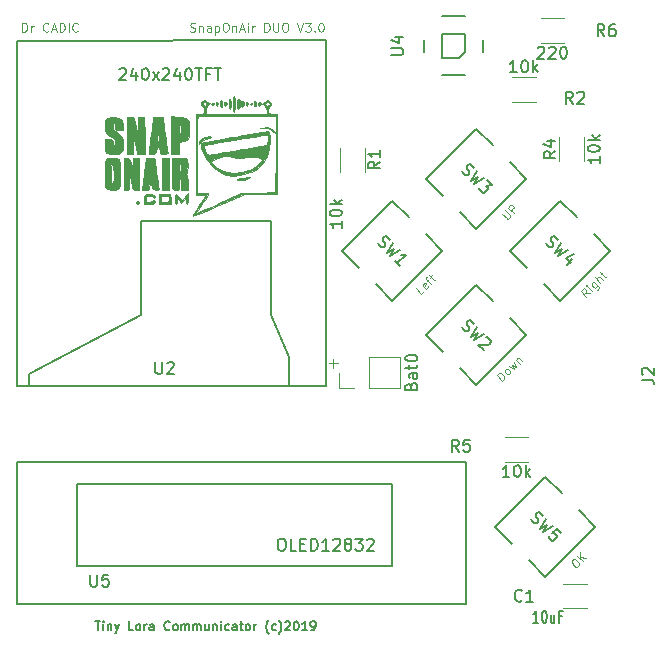
<source format=gbr>
G04 #@! TF.FileFunction,Legend,Top*
%FSLAX46Y46*%
G04 Gerber Fmt 4.6, Leading zero omitted, Abs format (unit mm)*
G04 Created by KiCad (PCBNEW 4.0.4-stable) date 04/18/19 20:28:09*
%MOMM*%
%LPD*%
G01*
G04 APERTURE LIST*
%ADD10C,0.100000*%
%ADD11C,0.150000*%
%ADD12C,0.120000*%
%ADD13C,0.200000*%
%ADD14C,0.010000*%
G04 APERTURE END LIST*
D10*
X125476048Y-64079429D02*
X126237953Y-64079429D01*
X125857001Y-64460381D02*
X125857001Y-63698476D01*
X113737143Y-35990571D02*
X113844286Y-36026286D01*
X114022857Y-36026286D01*
X114094286Y-35990571D01*
X114130000Y-35954857D01*
X114165715Y-35883429D01*
X114165715Y-35812000D01*
X114130000Y-35740571D01*
X114094286Y-35704857D01*
X114022857Y-35669143D01*
X113880000Y-35633429D01*
X113808572Y-35597714D01*
X113772857Y-35562000D01*
X113737143Y-35490571D01*
X113737143Y-35419143D01*
X113772857Y-35347714D01*
X113808572Y-35312000D01*
X113880000Y-35276286D01*
X114058572Y-35276286D01*
X114165715Y-35312000D01*
X114487143Y-35526286D02*
X114487143Y-36026286D01*
X114487143Y-35597714D02*
X114522858Y-35562000D01*
X114594286Y-35526286D01*
X114701429Y-35526286D01*
X114772858Y-35562000D01*
X114808572Y-35633429D01*
X114808572Y-36026286D01*
X115487143Y-36026286D02*
X115487143Y-35633429D01*
X115451429Y-35562000D01*
X115380000Y-35526286D01*
X115237143Y-35526286D01*
X115165714Y-35562000D01*
X115487143Y-35990571D02*
X115415714Y-36026286D01*
X115237143Y-36026286D01*
X115165714Y-35990571D01*
X115130000Y-35919143D01*
X115130000Y-35847714D01*
X115165714Y-35776286D01*
X115237143Y-35740571D01*
X115415714Y-35740571D01*
X115487143Y-35704857D01*
X115844285Y-35526286D02*
X115844285Y-36276286D01*
X115844285Y-35562000D02*
X115915714Y-35526286D01*
X116058571Y-35526286D01*
X116130000Y-35562000D01*
X116165714Y-35597714D01*
X116201428Y-35669143D01*
X116201428Y-35883429D01*
X116165714Y-35954857D01*
X116130000Y-35990571D01*
X116058571Y-36026286D01*
X115915714Y-36026286D01*
X115844285Y-35990571D01*
X116665714Y-35276286D02*
X116808571Y-35276286D01*
X116879999Y-35312000D01*
X116951428Y-35383429D01*
X116987142Y-35526286D01*
X116987142Y-35776286D01*
X116951428Y-35919143D01*
X116879999Y-35990571D01*
X116808571Y-36026286D01*
X116665714Y-36026286D01*
X116594285Y-35990571D01*
X116522856Y-35919143D01*
X116487142Y-35776286D01*
X116487142Y-35526286D01*
X116522856Y-35383429D01*
X116594285Y-35312000D01*
X116665714Y-35276286D01*
X117308570Y-35526286D02*
X117308570Y-36026286D01*
X117308570Y-35597714D02*
X117344285Y-35562000D01*
X117415713Y-35526286D01*
X117522856Y-35526286D01*
X117594285Y-35562000D01*
X117629999Y-35633429D01*
X117629999Y-36026286D01*
X117951427Y-35812000D02*
X118308570Y-35812000D01*
X117879999Y-36026286D02*
X118129999Y-35276286D01*
X118379999Y-36026286D01*
X118629998Y-36026286D02*
X118629998Y-35526286D01*
X118629998Y-35276286D02*
X118594284Y-35312000D01*
X118629998Y-35347714D01*
X118665713Y-35312000D01*
X118629998Y-35276286D01*
X118629998Y-35347714D01*
X118987141Y-36026286D02*
X118987141Y-35526286D01*
X118987141Y-35669143D02*
X119022856Y-35597714D01*
X119058570Y-35562000D01*
X119129999Y-35526286D01*
X119201427Y-35526286D01*
X120022856Y-36026286D02*
X120022856Y-35276286D01*
X120201428Y-35276286D01*
X120308571Y-35312000D01*
X120379999Y-35383429D01*
X120415714Y-35454857D01*
X120451428Y-35597714D01*
X120451428Y-35704857D01*
X120415714Y-35847714D01*
X120379999Y-35919143D01*
X120308571Y-35990571D01*
X120201428Y-36026286D01*
X120022856Y-36026286D01*
X120772856Y-35276286D02*
X120772856Y-35883429D01*
X120808571Y-35954857D01*
X120844285Y-35990571D01*
X120915714Y-36026286D01*
X121058571Y-36026286D01*
X121129999Y-35990571D01*
X121165714Y-35954857D01*
X121201428Y-35883429D01*
X121201428Y-35276286D01*
X121701428Y-35276286D02*
X121844285Y-35276286D01*
X121915713Y-35312000D01*
X121987142Y-35383429D01*
X122022856Y-35526286D01*
X122022856Y-35776286D01*
X121987142Y-35919143D01*
X121915713Y-35990571D01*
X121844285Y-36026286D01*
X121701428Y-36026286D01*
X121629999Y-35990571D01*
X121558570Y-35919143D01*
X121522856Y-35776286D01*
X121522856Y-35526286D01*
X121558570Y-35383429D01*
X121629999Y-35312000D01*
X121701428Y-35276286D01*
X122808571Y-35276286D02*
X123058571Y-36026286D01*
X123308571Y-35276286D01*
X123487142Y-35276286D02*
X123951428Y-35276286D01*
X123701428Y-35562000D01*
X123808570Y-35562000D01*
X123879999Y-35597714D01*
X123915713Y-35633429D01*
X123951428Y-35704857D01*
X123951428Y-35883429D01*
X123915713Y-35954857D01*
X123879999Y-35990571D01*
X123808570Y-36026286D01*
X123594285Y-36026286D01*
X123522856Y-35990571D01*
X123487142Y-35954857D01*
X124272856Y-35954857D02*
X124308571Y-35990571D01*
X124272856Y-36026286D01*
X124237142Y-35990571D01*
X124272856Y-35954857D01*
X124272856Y-36026286D01*
X124772857Y-35276286D02*
X124844285Y-35276286D01*
X124915714Y-35312000D01*
X124951428Y-35347714D01*
X124987142Y-35419143D01*
X125022857Y-35562000D01*
X125022857Y-35740571D01*
X124987142Y-35883429D01*
X124951428Y-35954857D01*
X124915714Y-35990571D01*
X124844285Y-36026286D01*
X124772857Y-36026286D01*
X124701428Y-35990571D01*
X124665714Y-35954857D01*
X124629999Y-35883429D01*
X124594285Y-35740571D01*
X124594285Y-35562000D01*
X124629999Y-35419143D01*
X124665714Y-35347714D01*
X124701428Y-35312000D01*
X124772857Y-35276286D01*
X99514714Y-36026286D02*
X99514714Y-35276286D01*
X99693286Y-35276286D01*
X99800429Y-35312000D01*
X99871857Y-35383429D01*
X99907572Y-35454857D01*
X99943286Y-35597714D01*
X99943286Y-35704857D01*
X99907572Y-35847714D01*
X99871857Y-35919143D01*
X99800429Y-35990571D01*
X99693286Y-36026286D01*
X99514714Y-36026286D01*
X100264714Y-36026286D02*
X100264714Y-35526286D01*
X100264714Y-35669143D02*
X100300429Y-35597714D01*
X100336143Y-35562000D01*
X100407572Y-35526286D01*
X100479000Y-35526286D01*
X101729001Y-35954857D02*
X101693287Y-35990571D01*
X101586144Y-36026286D01*
X101514715Y-36026286D01*
X101407572Y-35990571D01*
X101336144Y-35919143D01*
X101300429Y-35847714D01*
X101264715Y-35704857D01*
X101264715Y-35597714D01*
X101300429Y-35454857D01*
X101336144Y-35383429D01*
X101407572Y-35312000D01*
X101514715Y-35276286D01*
X101586144Y-35276286D01*
X101693287Y-35312000D01*
X101729001Y-35347714D01*
X102014715Y-35812000D02*
X102371858Y-35812000D01*
X101943287Y-36026286D02*
X102193287Y-35276286D01*
X102443287Y-36026286D01*
X102693286Y-36026286D02*
X102693286Y-35276286D01*
X102871858Y-35276286D01*
X102979001Y-35312000D01*
X103050429Y-35383429D01*
X103086144Y-35454857D01*
X103121858Y-35597714D01*
X103121858Y-35704857D01*
X103086144Y-35847714D01*
X103050429Y-35919143D01*
X102979001Y-35990571D01*
X102871858Y-36026286D01*
X102693286Y-36026286D01*
X103443286Y-36026286D02*
X103443286Y-35276286D01*
X104229001Y-35954857D02*
X104193287Y-35990571D01*
X104086144Y-36026286D01*
X104014715Y-36026286D01*
X103907572Y-35990571D01*
X103836144Y-35919143D01*
X103800429Y-35847714D01*
X103764715Y-35704857D01*
X103764715Y-35597714D01*
X103800429Y-35454857D01*
X103836144Y-35383429D01*
X103907572Y-35312000D01*
X104014715Y-35276286D01*
X104086144Y-35276286D01*
X104193287Y-35312000D01*
X104229001Y-35347714D01*
D11*
X105704858Y-85949286D02*
X106133429Y-85949286D01*
X105919143Y-86699286D02*
X105919143Y-85949286D01*
X106383429Y-86699286D02*
X106383429Y-86199286D01*
X106383429Y-85949286D02*
X106347715Y-85985000D01*
X106383429Y-86020714D01*
X106419144Y-85985000D01*
X106383429Y-85949286D01*
X106383429Y-86020714D01*
X106740572Y-86199286D02*
X106740572Y-86699286D01*
X106740572Y-86270714D02*
X106776287Y-86235000D01*
X106847715Y-86199286D01*
X106954858Y-86199286D01*
X107026287Y-86235000D01*
X107062001Y-86306429D01*
X107062001Y-86699286D01*
X107347715Y-86199286D02*
X107526286Y-86699286D01*
X107704858Y-86199286D02*
X107526286Y-86699286D01*
X107454858Y-86877857D01*
X107419143Y-86913571D01*
X107347715Y-86949286D01*
X108919144Y-86699286D02*
X108562001Y-86699286D01*
X108562001Y-85949286D01*
X109276287Y-86699286D02*
X109204859Y-86663571D01*
X109169144Y-86627857D01*
X109133430Y-86556429D01*
X109133430Y-86342143D01*
X109169144Y-86270714D01*
X109204859Y-86235000D01*
X109276287Y-86199286D01*
X109383430Y-86199286D01*
X109454859Y-86235000D01*
X109490573Y-86270714D01*
X109526287Y-86342143D01*
X109526287Y-86556429D01*
X109490573Y-86627857D01*
X109454859Y-86663571D01*
X109383430Y-86699286D01*
X109276287Y-86699286D01*
X109847715Y-86699286D02*
X109847715Y-86199286D01*
X109847715Y-86342143D02*
X109883430Y-86270714D01*
X109919144Y-86235000D01*
X109990573Y-86199286D01*
X110062001Y-86199286D01*
X110633430Y-86699286D02*
X110633430Y-86306429D01*
X110597716Y-86235000D01*
X110526287Y-86199286D01*
X110383430Y-86199286D01*
X110312001Y-86235000D01*
X110633430Y-86663571D02*
X110562001Y-86699286D01*
X110383430Y-86699286D01*
X110312001Y-86663571D01*
X110276287Y-86592143D01*
X110276287Y-86520714D01*
X110312001Y-86449286D01*
X110383430Y-86413571D01*
X110562001Y-86413571D01*
X110633430Y-86377857D01*
X111990573Y-86627857D02*
X111954859Y-86663571D01*
X111847716Y-86699286D01*
X111776287Y-86699286D01*
X111669144Y-86663571D01*
X111597716Y-86592143D01*
X111562001Y-86520714D01*
X111526287Y-86377857D01*
X111526287Y-86270714D01*
X111562001Y-86127857D01*
X111597716Y-86056429D01*
X111669144Y-85985000D01*
X111776287Y-85949286D01*
X111847716Y-85949286D01*
X111954859Y-85985000D01*
X111990573Y-86020714D01*
X112419144Y-86699286D02*
X112347716Y-86663571D01*
X112312001Y-86627857D01*
X112276287Y-86556429D01*
X112276287Y-86342143D01*
X112312001Y-86270714D01*
X112347716Y-86235000D01*
X112419144Y-86199286D01*
X112526287Y-86199286D01*
X112597716Y-86235000D01*
X112633430Y-86270714D01*
X112669144Y-86342143D01*
X112669144Y-86556429D01*
X112633430Y-86627857D01*
X112597716Y-86663571D01*
X112526287Y-86699286D01*
X112419144Y-86699286D01*
X112990572Y-86699286D02*
X112990572Y-86199286D01*
X112990572Y-86270714D02*
X113026287Y-86235000D01*
X113097715Y-86199286D01*
X113204858Y-86199286D01*
X113276287Y-86235000D01*
X113312001Y-86306429D01*
X113312001Y-86699286D01*
X113312001Y-86306429D02*
X113347715Y-86235000D01*
X113419144Y-86199286D01*
X113526287Y-86199286D01*
X113597715Y-86235000D01*
X113633430Y-86306429D01*
X113633430Y-86699286D01*
X113990572Y-86699286D02*
X113990572Y-86199286D01*
X113990572Y-86270714D02*
X114026287Y-86235000D01*
X114097715Y-86199286D01*
X114204858Y-86199286D01*
X114276287Y-86235000D01*
X114312001Y-86306429D01*
X114312001Y-86699286D01*
X114312001Y-86306429D02*
X114347715Y-86235000D01*
X114419144Y-86199286D01*
X114526287Y-86199286D01*
X114597715Y-86235000D01*
X114633430Y-86306429D01*
X114633430Y-86699286D01*
X115312001Y-86199286D02*
X115312001Y-86699286D01*
X114990572Y-86199286D02*
X114990572Y-86592143D01*
X115026287Y-86663571D01*
X115097715Y-86699286D01*
X115204858Y-86699286D01*
X115276287Y-86663571D01*
X115312001Y-86627857D01*
X115669143Y-86199286D02*
X115669143Y-86699286D01*
X115669143Y-86270714D02*
X115704858Y-86235000D01*
X115776286Y-86199286D01*
X115883429Y-86199286D01*
X115954858Y-86235000D01*
X115990572Y-86306429D01*
X115990572Y-86699286D01*
X116347714Y-86699286D02*
X116347714Y-86199286D01*
X116347714Y-85949286D02*
X116312000Y-85985000D01*
X116347714Y-86020714D01*
X116383429Y-85985000D01*
X116347714Y-85949286D01*
X116347714Y-86020714D01*
X117026286Y-86663571D02*
X116954857Y-86699286D01*
X116812000Y-86699286D01*
X116740572Y-86663571D01*
X116704857Y-86627857D01*
X116669143Y-86556429D01*
X116669143Y-86342143D01*
X116704857Y-86270714D01*
X116740572Y-86235000D01*
X116812000Y-86199286D01*
X116954857Y-86199286D01*
X117026286Y-86235000D01*
X117669143Y-86699286D02*
X117669143Y-86306429D01*
X117633429Y-86235000D01*
X117562000Y-86199286D01*
X117419143Y-86199286D01*
X117347714Y-86235000D01*
X117669143Y-86663571D02*
X117597714Y-86699286D01*
X117419143Y-86699286D01*
X117347714Y-86663571D01*
X117312000Y-86592143D01*
X117312000Y-86520714D01*
X117347714Y-86449286D01*
X117419143Y-86413571D01*
X117597714Y-86413571D01*
X117669143Y-86377857D01*
X117919143Y-86199286D02*
X118204857Y-86199286D01*
X118026285Y-85949286D02*
X118026285Y-86592143D01*
X118062000Y-86663571D01*
X118133428Y-86699286D01*
X118204857Y-86699286D01*
X118561999Y-86699286D02*
X118490571Y-86663571D01*
X118454856Y-86627857D01*
X118419142Y-86556429D01*
X118419142Y-86342143D01*
X118454856Y-86270714D01*
X118490571Y-86235000D01*
X118561999Y-86199286D01*
X118669142Y-86199286D01*
X118740571Y-86235000D01*
X118776285Y-86270714D01*
X118811999Y-86342143D01*
X118811999Y-86556429D01*
X118776285Y-86627857D01*
X118740571Y-86663571D01*
X118669142Y-86699286D01*
X118561999Y-86699286D01*
X119133427Y-86699286D02*
X119133427Y-86199286D01*
X119133427Y-86342143D02*
X119169142Y-86270714D01*
X119204856Y-86235000D01*
X119276285Y-86199286D01*
X119347713Y-86199286D01*
X120383428Y-86985000D02*
X120347714Y-86949286D01*
X120276285Y-86842143D01*
X120240571Y-86770714D01*
X120204857Y-86663571D01*
X120169142Y-86485000D01*
X120169142Y-86342143D01*
X120204857Y-86163571D01*
X120240571Y-86056429D01*
X120276285Y-85985000D01*
X120347714Y-85877857D01*
X120383428Y-85842143D01*
X120990571Y-86663571D02*
X120919142Y-86699286D01*
X120776285Y-86699286D01*
X120704857Y-86663571D01*
X120669142Y-86627857D01*
X120633428Y-86556429D01*
X120633428Y-86342143D01*
X120669142Y-86270714D01*
X120704857Y-86235000D01*
X120776285Y-86199286D01*
X120919142Y-86199286D01*
X120990571Y-86235000D01*
X121240571Y-86985000D02*
X121276285Y-86949286D01*
X121347714Y-86842143D01*
X121383428Y-86770714D01*
X121419142Y-86663571D01*
X121454857Y-86485000D01*
X121454857Y-86342143D01*
X121419142Y-86163571D01*
X121383428Y-86056429D01*
X121347714Y-85985000D01*
X121276285Y-85877857D01*
X121240571Y-85842143D01*
X121776285Y-86020714D02*
X121811999Y-85985000D01*
X121883428Y-85949286D01*
X122061999Y-85949286D01*
X122133428Y-85985000D01*
X122169142Y-86020714D01*
X122204857Y-86092143D01*
X122204857Y-86163571D01*
X122169142Y-86270714D01*
X121740571Y-86699286D01*
X122204857Y-86699286D01*
X122669143Y-85949286D02*
X122740571Y-85949286D01*
X122812000Y-85985000D01*
X122847714Y-86020714D01*
X122883428Y-86092143D01*
X122919143Y-86235000D01*
X122919143Y-86413571D01*
X122883428Y-86556429D01*
X122847714Y-86627857D01*
X122812000Y-86663571D01*
X122740571Y-86699286D01*
X122669143Y-86699286D01*
X122597714Y-86663571D01*
X122562000Y-86627857D01*
X122526285Y-86556429D01*
X122490571Y-86413571D01*
X122490571Y-86235000D01*
X122526285Y-86092143D01*
X122562000Y-86020714D01*
X122597714Y-85985000D01*
X122669143Y-85949286D01*
X123633429Y-86699286D02*
X123204857Y-86699286D01*
X123419143Y-86699286D02*
X123419143Y-85949286D01*
X123347714Y-86056429D01*
X123276286Y-86127857D01*
X123204857Y-86163571D01*
X123990572Y-86699286D02*
X124133429Y-86699286D01*
X124204857Y-86663571D01*
X124240572Y-86627857D01*
X124312000Y-86520714D01*
X124347715Y-86377857D01*
X124347715Y-86092143D01*
X124312000Y-86020714D01*
X124276286Y-85985000D01*
X124204857Y-85949286D01*
X124062000Y-85949286D01*
X123990572Y-85985000D01*
X123954857Y-86020714D01*
X123919143Y-86092143D01*
X123919143Y-86270714D01*
X123954857Y-86342143D01*
X123990572Y-86377857D01*
X124062000Y-86413571D01*
X124204857Y-86413571D01*
X124276286Y-86377857D01*
X124312000Y-86342143D01*
X124347715Y-86270714D01*
D12*
X128905000Y-66227000D02*
X131505000Y-66227000D01*
X131505000Y-66227000D02*
X131505000Y-63567000D01*
X131505000Y-63567000D02*
X128905000Y-63567000D01*
X128905000Y-63567000D02*
X128905000Y-66227000D01*
X127635000Y-66227000D02*
X126305000Y-66227000D01*
X126305000Y-66227000D02*
X126305000Y-64897000D01*
D11*
X132258641Y-51747146D02*
X130844427Y-50332932D01*
X130844427Y-50332932D02*
X126601786Y-54575573D01*
X126601786Y-54575573D02*
X128016000Y-55989786D01*
X129430214Y-57404000D02*
X130844427Y-58818214D01*
X130844427Y-58818214D02*
X135087068Y-54575573D01*
X135087068Y-54575573D02*
X133672854Y-53161359D01*
X139370641Y-58859146D02*
X137956427Y-57444932D01*
X137956427Y-57444932D02*
X133713786Y-61687573D01*
X133713786Y-61687573D02*
X135128000Y-63101786D01*
X136542214Y-64516000D02*
X137956427Y-65930214D01*
X137956427Y-65930214D02*
X142199068Y-61687573D01*
X142199068Y-61687573D02*
X140784854Y-60273359D01*
X139370641Y-45651146D02*
X137956427Y-44236932D01*
X137956427Y-44236932D02*
X133713786Y-48479573D01*
X133713786Y-48479573D02*
X135128000Y-49893786D01*
X136542214Y-51308000D02*
X137956427Y-52722214D01*
X137956427Y-52722214D02*
X142199068Y-48479573D01*
X142199068Y-48479573D02*
X140784854Y-47065359D01*
X146482641Y-51747146D02*
X145068427Y-50332932D01*
X145068427Y-50332932D02*
X140825786Y-54575573D01*
X140825786Y-54575573D02*
X142240000Y-55989786D01*
X143654214Y-57404000D02*
X145068427Y-58818214D01*
X145068427Y-58818214D02*
X149311068Y-54575573D01*
X149311068Y-54575573D02*
X147896854Y-53161359D01*
X145212641Y-75115146D02*
X143798427Y-73700932D01*
X143798427Y-73700932D02*
X139555786Y-77943573D01*
X139555786Y-77943573D02*
X140970000Y-79357786D01*
X142384214Y-80772000D02*
X143798427Y-82186214D01*
X143798427Y-82186214D02*
X148041068Y-77943573D01*
X148041068Y-77943573D02*
X146626854Y-76529359D01*
X104140000Y-74295000D02*
X130810000Y-74295000D01*
X130810000Y-74295000D02*
X130810000Y-81280000D01*
X130810000Y-81280000D02*
X104140000Y-81280000D01*
X104140000Y-81280000D02*
X104140000Y-74295000D01*
X99060000Y-84455000D02*
X137060000Y-84455000D01*
X137060000Y-84455000D02*
X137060000Y-72455000D01*
X137060000Y-72455000D02*
X99060000Y-72455000D01*
X99060000Y-72455000D02*
X99060000Y-84455000D01*
D12*
X147304000Y-82800000D02*
X145304000Y-82800000D01*
X145304000Y-84840000D02*
X147304000Y-84840000D01*
D11*
X100060000Y-65040000D02*
X100060000Y-66040000D01*
X122060000Y-65540000D02*
X122060000Y-66040000D01*
X122060000Y-65540000D02*
X122060000Y-63540000D01*
X122060000Y-63540000D02*
X120560000Y-60040000D01*
X120560000Y-60040000D02*
X120560000Y-52040000D01*
X120560000Y-52040000D02*
X109560000Y-52040000D01*
X109560000Y-52040000D02*
X109560000Y-60040000D01*
X109560000Y-60040000D02*
X100060000Y-65040000D01*
X99060000Y-66040000D02*
X99060000Y-36780000D01*
X99060000Y-36780000D02*
X125210000Y-36740000D01*
X125210000Y-36740000D02*
X125210000Y-66040000D01*
X125210000Y-66040000D02*
X99060000Y-66040000D01*
D12*
X126438000Y-47863000D02*
X126438000Y-45863000D01*
X128578000Y-45863000D02*
X128578000Y-47863000D01*
X140986000Y-39824000D02*
X142986000Y-39824000D01*
X142986000Y-41964000D02*
X140986000Y-41964000D01*
X147120000Y-44974000D02*
X147120000Y-46974000D01*
X144980000Y-46974000D02*
X144980000Y-44974000D01*
X142351000Y-72444000D02*
X140351000Y-72444000D01*
X140351000Y-70304000D02*
X142351000Y-70304000D01*
X145399000Y-37011000D02*
X143399000Y-37011000D01*
X143399000Y-34871000D02*
X145399000Y-34871000D01*
D13*
X135017000Y-38211000D02*
X135017000Y-36211000D01*
X135017000Y-36211000D02*
X137017000Y-36211000D01*
X137017000Y-36211000D02*
X137017000Y-37711000D01*
X137017000Y-37711000D02*
X136517000Y-38211000D01*
X136517000Y-38211000D02*
X135017000Y-38211000D01*
X135017000Y-39711000D02*
X137017000Y-39711000D01*
X138517000Y-37711000D02*
X138517000Y-36711000D01*
X135017000Y-34711000D02*
X137017000Y-34711000D01*
X133517000Y-37711000D02*
X133517000Y-36711000D01*
D14*
G36*
X120385621Y-41862592D02*
X120403862Y-41871874D01*
X120541194Y-42024277D01*
X120545444Y-42220864D01*
X120438334Y-42375667D01*
X120344395Y-42533738D01*
X120311334Y-42724700D01*
X120323317Y-42874587D01*
X120389849Y-42945584D01*
X120556805Y-42967027D01*
X120692334Y-42968333D01*
X121073334Y-42968333D01*
X121073334Y-49741667D01*
X118357094Y-49741667D01*
X116212558Y-50673000D01*
X115562777Y-50954917D01*
X115051615Y-51175614D01*
X114662484Y-51341574D01*
X114378795Y-51459281D01*
X114183957Y-51535219D01*
X114061383Y-51575874D01*
X113994482Y-51587729D01*
X113966667Y-51577268D01*
X113961334Y-51552942D01*
X114006979Y-51467038D01*
X114064139Y-51377403D01*
X114215334Y-51377403D01*
X114289142Y-51355311D01*
X114496756Y-51272735D01*
X114817460Y-51138447D01*
X115230537Y-50961222D01*
X115715271Y-50749832D01*
X116141500Y-50561675D01*
X118067667Y-49707008D01*
X119507000Y-49660837D01*
X120946334Y-49614667D01*
X120968506Y-46376167D01*
X120990679Y-43137667D01*
X114407683Y-43137667D01*
X114353842Y-43530484D01*
X114340926Y-43708641D01*
X114329122Y-44032930D01*
X114318813Y-44480151D01*
X114310383Y-45027103D01*
X114304214Y-45650586D01*
X114300691Y-46327400D01*
X114300000Y-46790150D01*
X114300000Y-49657000D01*
X114751556Y-49657000D01*
X115014568Y-49666445D01*
X115202629Y-49690679D01*
X115257480Y-49711368D01*
X115233727Y-49797992D01*
X115128133Y-49992118D01*
X114958131Y-50264069D01*
X114763591Y-50552100D01*
X114545434Y-50868236D01*
X114368441Y-51130876D01*
X114252094Y-51310695D01*
X114215334Y-51377403D01*
X114064139Y-51377403D01*
X114130906Y-51272705D01*
X114313602Y-50999756D01*
X114511667Y-50712210D01*
X114730445Y-50394417D01*
X114908007Y-50128877D01*
X115024857Y-49945263D01*
X115062000Y-49874601D01*
X114985805Y-49847059D01*
X114791000Y-49829584D01*
X114638667Y-49826333D01*
X114215334Y-49826333D01*
X114215334Y-42968333D01*
X114554000Y-42968333D01*
X114770836Y-42959362D01*
X114867200Y-42903970D01*
X114891910Y-42759441D01*
X114892667Y-42672000D01*
X114873669Y-42476100D01*
X114826959Y-42378214D01*
X114817059Y-42375666D01*
X114721485Y-42304982D01*
X114673197Y-42146470D01*
X114676100Y-42121667D01*
X114808000Y-42121667D01*
X114850852Y-42260627D01*
X114956167Y-42274882D01*
X115082126Y-42191396D01*
X115104334Y-42121667D01*
X115033949Y-42002118D01*
X114956167Y-41968451D01*
X114836155Y-41997903D01*
X114808000Y-42121667D01*
X114676100Y-42121667D01*
X114690204Y-42001213D01*
X114818513Y-41853539D01*
X115013168Y-41844090D01*
X115193174Y-41940490D01*
X115393973Y-42098438D01*
X115200444Y-42280249D01*
X115055116Y-42488575D01*
X115044067Y-42715197D01*
X115081219Y-42968333D01*
X120226667Y-42968333D01*
X120226667Y-42740957D01*
X120169274Y-42517475D01*
X120036167Y-42310431D01*
X119888304Y-42152749D01*
X120080875Y-42152749D01*
X120098005Y-42203644D01*
X120221723Y-42274022D01*
X120374668Y-42241369D01*
X120459525Y-42142878D01*
X120429640Y-42033242D01*
X120306617Y-41973051D01*
X120165284Y-41990299D01*
X120126753Y-42018380D01*
X120080875Y-42152749D01*
X119888304Y-42152749D01*
X119845667Y-42107282D01*
X120044029Y-41946370D01*
X120226168Y-41840085D01*
X120385621Y-41862592D01*
X120385621Y-41862592D01*
G37*
X120385621Y-41862592D02*
X120403862Y-41871874D01*
X120541194Y-42024277D01*
X120545444Y-42220864D01*
X120438334Y-42375667D01*
X120344395Y-42533738D01*
X120311334Y-42724700D01*
X120323317Y-42874587D01*
X120389849Y-42945584D01*
X120556805Y-42967027D01*
X120692334Y-42968333D01*
X121073334Y-42968333D01*
X121073334Y-49741667D01*
X118357094Y-49741667D01*
X116212558Y-50673000D01*
X115562777Y-50954917D01*
X115051615Y-51175614D01*
X114662484Y-51341574D01*
X114378795Y-51459281D01*
X114183957Y-51535219D01*
X114061383Y-51575874D01*
X113994482Y-51587729D01*
X113966667Y-51577268D01*
X113961334Y-51552942D01*
X114006979Y-51467038D01*
X114064139Y-51377403D01*
X114215334Y-51377403D01*
X114289142Y-51355311D01*
X114496756Y-51272735D01*
X114817460Y-51138447D01*
X115230537Y-50961222D01*
X115715271Y-50749832D01*
X116141500Y-50561675D01*
X118067667Y-49707008D01*
X119507000Y-49660837D01*
X120946334Y-49614667D01*
X120968506Y-46376167D01*
X120990679Y-43137667D01*
X114407683Y-43137667D01*
X114353842Y-43530484D01*
X114340926Y-43708641D01*
X114329122Y-44032930D01*
X114318813Y-44480151D01*
X114310383Y-45027103D01*
X114304214Y-45650586D01*
X114300691Y-46327400D01*
X114300000Y-46790150D01*
X114300000Y-49657000D01*
X114751556Y-49657000D01*
X115014568Y-49666445D01*
X115202629Y-49690679D01*
X115257480Y-49711368D01*
X115233727Y-49797992D01*
X115128133Y-49992118D01*
X114958131Y-50264069D01*
X114763591Y-50552100D01*
X114545434Y-50868236D01*
X114368441Y-51130876D01*
X114252094Y-51310695D01*
X114215334Y-51377403D01*
X114064139Y-51377403D01*
X114130906Y-51272705D01*
X114313602Y-50999756D01*
X114511667Y-50712210D01*
X114730445Y-50394417D01*
X114908007Y-50128877D01*
X115024857Y-49945263D01*
X115062000Y-49874601D01*
X114985805Y-49847059D01*
X114791000Y-49829584D01*
X114638667Y-49826333D01*
X114215334Y-49826333D01*
X114215334Y-42968333D01*
X114554000Y-42968333D01*
X114770836Y-42959362D01*
X114867200Y-42903970D01*
X114891910Y-42759441D01*
X114892667Y-42672000D01*
X114873669Y-42476100D01*
X114826959Y-42378214D01*
X114817059Y-42375666D01*
X114721485Y-42304982D01*
X114673197Y-42146470D01*
X114676100Y-42121667D01*
X114808000Y-42121667D01*
X114850852Y-42260627D01*
X114956167Y-42274882D01*
X115082126Y-42191396D01*
X115104334Y-42121667D01*
X115033949Y-42002118D01*
X114956167Y-41968451D01*
X114836155Y-41997903D01*
X114808000Y-42121667D01*
X114676100Y-42121667D01*
X114690204Y-42001213D01*
X114818513Y-41853539D01*
X115013168Y-41844090D01*
X115193174Y-41940490D01*
X115393973Y-42098438D01*
X115200444Y-42280249D01*
X115055116Y-42488575D01*
X115044067Y-42715197D01*
X115081219Y-42968333D01*
X120226667Y-42968333D01*
X120226667Y-42740957D01*
X120169274Y-42517475D01*
X120036167Y-42310431D01*
X119888304Y-42152749D01*
X120080875Y-42152749D01*
X120098005Y-42203644D01*
X120221723Y-42274022D01*
X120374668Y-42241369D01*
X120459525Y-42142878D01*
X120429640Y-42033242D01*
X120306617Y-41973051D01*
X120165284Y-41990299D01*
X120126753Y-42018380D01*
X120080875Y-42152749D01*
X119888304Y-42152749D01*
X119845667Y-42107282D01*
X120044029Y-41946370D01*
X120226168Y-41840085D01*
X120385621Y-41862592D01*
G36*
X109374582Y-50402106D02*
X109389334Y-50461333D01*
X109321561Y-50573582D01*
X109262334Y-50588333D01*
X109150085Y-50520560D01*
X109135334Y-50461333D01*
X109203106Y-50349085D01*
X109262334Y-50334333D01*
X109374582Y-50402106D01*
X109374582Y-50402106D01*
G37*
X109374582Y-50402106D02*
X109389334Y-50461333D01*
X109321561Y-50573582D01*
X109262334Y-50588333D01*
X109150085Y-50520560D01*
X109135334Y-50461333D01*
X109203106Y-50349085D01*
X109262334Y-50334333D01*
X109374582Y-50402106D01*
G36*
X110621978Y-49812929D02*
X110737510Y-49918425D01*
X110744000Y-49954946D01*
X110697772Y-50066579D01*
X110659334Y-50080333D01*
X110577127Y-50015904D01*
X110574667Y-49995667D01*
X110500238Y-49939704D01*
X110317223Y-49911731D01*
X110278334Y-49911000D01*
X110079239Y-49925159D01*
X109997578Y-49996979D01*
X109982000Y-50165000D01*
X109998520Y-50335653D01*
X110082310Y-50405647D01*
X110278334Y-50419000D01*
X110474182Y-50396485D01*
X110572100Y-50341120D01*
X110574667Y-50329336D01*
X110626537Y-50278770D01*
X110659334Y-50292000D01*
X110737238Y-50414502D01*
X110744000Y-50466330D01*
X110697391Y-50540469D01*
X110538174Y-50578588D01*
X110273695Y-50588333D01*
X109803389Y-50588333D01*
X109829195Y-50186167D01*
X109853763Y-49941297D01*
X109906164Y-49817874D01*
X110016333Y-49768023D01*
X110098064Y-49756222D01*
X110394595Y-49754482D01*
X110621978Y-49812929D01*
X110621978Y-49812929D01*
G37*
X110621978Y-49812929D02*
X110737510Y-49918425D01*
X110744000Y-49954946D01*
X110697772Y-50066579D01*
X110659334Y-50080333D01*
X110577127Y-50015904D01*
X110574667Y-49995667D01*
X110500238Y-49939704D01*
X110317223Y-49911731D01*
X110278334Y-49911000D01*
X110079239Y-49925159D01*
X109997578Y-49996979D01*
X109982000Y-50165000D01*
X109998520Y-50335653D01*
X110082310Y-50405647D01*
X110278334Y-50419000D01*
X110474182Y-50396485D01*
X110572100Y-50341120D01*
X110574667Y-50329336D01*
X110626537Y-50278770D01*
X110659334Y-50292000D01*
X110737238Y-50414502D01*
X110744000Y-50466330D01*
X110697391Y-50540469D01*
X110538174Y-50578588D01*
X110273695Y-50588333D01*
X109803389Y-50588333D01*
X109829195Y-50186167D01*
X109853763Y-49941297D01*
X109906164Y-49817874D01*
X110016333Y-49768023D01*
X110098064Y-49756222D01*
X110394595Y-49754482D01*
X110621978Y-49812929D01*
G36*
X112082139Y-50186167D02*
X112107945Y-50588333D01*
X111073389Y-50588333D01*
X111099195Y-50186167D01*
X111100553Y-50165000D01*
X111252000Y-50165000D01*
X111265374Y-50327867D01*
X111337846Y-50400268D01*
X111517945Y-50418599D01*
X111590667Y-50419000D01*
X111807822Y-50408970D01*
X111904357Y-50354615D01*
X111928799Y-50219541D01*
X111929334Y-50165000D01*
X111915960Y-50002133D01*
X111843487Y-49929732D01*
X111663389Y-49911401D01*
X111590667Y-49911000D01*
X111373511Y-49921030D01*
X111276976Y-49975385D01*
X111252534Y-50110458D01*
X111252000Y-50165000D01*
X111100553Y-50165000D01*
X111125000Y-49784000D01*
X112056334Y-49784000D01*
X112082139Y-50186167D01*
X112082139Y-50186167D01*
G37*
X112082139Y-50186167D02*
X112107945Y-50588333D01*
X111073389Y-50588333D01*
X111099195Y-50186167D01*
X111100553Y-50165000D01*
X111252000Y-50165000D01*
X111265374Y-50327867D01*
X111337846Y-50400268D01*
X111517945Y-50418599D01*
X111590667Y-50419000D01*
X111807822Y-50408970D01*
X111904357Y-50354615D01*
X111928799Y-50219541D01*
X111929334Y-50165000D01*
X111915960Y-50002133D01*
X111843487Y-49929732D01*
X111663389Y-49911401D01*
X111590667Y-49911000D01*
X111373511Y-49921030D01*
X111276976Y-49975385D01*
X111252534Y-50110458D01*
X111252000Y-50165000D01*
X111100553Y-50165000D01*
X111125000Y-49784000D01*
X112056334Y-49784000D01*
X112082139Y-50186167D01*
G36*
X113535518Y-50143833D02*
X113522364Y-50392143D01*
X113485914Y-50553481D01*
X113453334Y-50588333D01*
X113394888Y-50514509D01*
X113368762Y-50335555D01*
X113368667Y-50322915D01*
X113368667Y-50057497D01*
X113183873Y-50292424D01*
X112999079Y-50527352D01*
X112803294Y-50282676D01*
X112607508Y-50038000D01*
X112607087Y-50313167D01*
X112584022Y-50500464D01*
X112528404Y-50587548D01*
X112522000Y-50588333D01*
X112471228Y-50512720D01*
X112441007Y-50321674D01*
X112437334Y-50212330D01*
X112458290Y-49926499D01*
X112524797Y-49802113D01*
X112642311Y-49836098D01*
X112801981Y-50006914D01*
X113010838Y-50273784D01*
X113271937Y-49986559D01*
X113533036Y-49699333D01*
X113535518Y-50143833D01*
X113535518Y-50143833D01*
G37*
X113535518Y-50143833D02*
X113522364Y-50392143D01*
X113485914Y-50553481D01*
X113453334Y-50588333D01*
X113394888Y-50514509D01*
X113368762Y-50335555D01*
X113368667Y-50322915D01*
X113368667Y-50057497D01*
X113183873Y-50292424D01*
X112999079Y-50527352D01*
X112803294Y-50282676D01*
X112607508Y-50038000D01*
X112607087Y-50313167D01*
X112584022Y-50500464D01*
X112528404Y-50587548D01*
X112522000Y-50588333D01*
X112471228Y-50512720D01*
X112441007Y-50321674D01*
X112437334Y-50212330D01*
X112458290Y-49926499D01*
X112524797Y-49802113D01*
X112642311Y-49836098D01*
X112801981Y-50006914D01*
X113010838Y-50273784D01*
X113271937Y-49986559D01*
X113533036Y-49699333D01*
X113535518Y-50143833D01*
G36*
X107414364Y-46712527D02*
X107618340Y-46760593D01*
X107679067Y-46795267D01*
X107726970Y-46924742D01*
X107759442Y-47205803D01*
X107776990Y-47644758D01*
X107780667Y-48062288D01*
X107778812Y-48530922D01*
X107770789Y-48858472D01*
X107752906Y-49073168D01*
X107721476Y-49203241D01*
X107672808Y-49276921D01*
X107616900Y-49315354D01*
X107365119Y-49384015D01*
X107043626Y-49388882D01*
X106739580Y-49329924D01*
X106701167Y-49315695D01*
X106625399Y-49278093D01*
X106572951Y-49218017D01*
X106539540Y-49107416D01*
X106520883Y-48918240D01*
X106512698Y-48622438D01*
X106511803Y-48429424D01*
X107029322Y-48429424D01*
X107043315Y-48745455D01*
X107080427Y-48917576D01*
X107142643Y-48957957D01*
X107194007Y-48922860D01*
X107230305Y-48801936D01*
X107252526Y-48548467D01*
X107258225Y-48198840D01*
X107254731Y-48019271D01*
X107231037Y-47584729D01*
X107194575Y-47309555D01*
X107151336Y-47195450D01*
X107107316Y-47244115D01*
X107068506Y-47457251D01*
X107040901Y-47836560D01*
X107036460Y-47957315D01*
X107029322Y-48429424D01*
X106511803Y-48429424D01*
X106510701Y-48191960D01*
X106510667Y-48067995D01*
X106517713Y-47510427D01*
X106539194Y-47115151D01*
X106575627Y-46875697D01*
X106612267Y-46795267D01*
X106751207Y-46736481D01*
X106992172Y-46699796D01*
X107145667Y-46693667D01*
X107414364Y-46712527D01*
X107414364Y-46712527D01*
G37*
X107414364Y-46712527D02*
X107618340Y-46760593D01*
X107679067Y-46795267D01*
X107726970Y-46924742D01*
X107759442Y-47205803D01*
X107776990Y-47644758D01*
X107780667Y-48062288D01*
X107778812Y-48530922D01*
X107770789Y-48858472D01*
X107752906Y-49073168D01*
X107721476Y-49203241D01*
X107672808Y-49276921D01*
X107616900Y-49315354D01*
X107365119Y-49384015D01*
X107043626Y-49388882D01*
X106739580Y-49329924D01*
X106701167Y-49315695D01*
X106625399Y-49278093D01*
X106572951Y-49218017D01*
X106539540Y-49107416D01*
X106520883Y-48918240D01*
X106512698Y-48622438D01*
X106511803Y-48429424D01*
X107029322Y-48429424D01*
X107043315Y-48745455D01*
X107080427Y-48917576D01*
X107142643Y-48957957D01*
X107194007Y-48922860D01*
X107230305Y-48801936D01*
X107252526Y-48548467D01*
X107258225Y-48198840D01*
X107254731Y-48019271D01*
X107231037Y-47584729D01*
X107194575Y-47309555D01*
X107151336Y-47195450D01*
X107107316Y-47244115D01*
X107068506Y-47457251D01*
X107040901Y-47836560D01*
X107036460Y-47957315D01*
X107029322Y-48429424D01*
X106511803Y-48429424D01*
X106510701Y-48191960D01*
X106510667Y-48067995D01*
X106517713Y-47510427D01*
X106539194Y-47115151D01*
X106575627Y-46875697D01*
X106612267Y-46795267D01*
X106751207Y-46736481D01*
X106992172Y-46699796D01*
X107145667Y-46693667D01*
X107414364Y-46712527D01*
G36*
X108508698Y-46705650D02*
X108595710Y-46768029D01*
X108656634Y-46920445D01*
X108715290Y-47180500D01*
X108786567Y-47519171D01*
X108831571Y-47695200D01*
X108856853Y-47712066D01*
X108868962Y-47573249D01*
X108874448Y-47282229D01*
X108874649Y-47265167D01*
X108881334Y-46693667D01*
X109389334Y-46693667D01*
X109389334Y-49403000D01*
X109144392Y-49403000D01*
X108988354Y-49387688D01*
X108888093Y-49318355D01*
X108821547Y-49159901D01*
X108766652Y-48877228D01*
X108751375Y-48777783D01*
X108692339Y-48485608D01*
X108633673Y-48359771D01*
X108583757Y-48397464D01*
X108550972Y-48595882D01*
X108542667Y-48847670D01*
X108539034Y-49145159D01*
X108518456Y-49311421D01*
X108466416Y-49384544D01*
X108368397Y-49402617D01*
X108331000Y-49403000D01*
X108119334Y-49403000D01*
X108119334Y-46693667D01*
X108367262Y-46693667D01*
X108508698Y-46705650D01*
X108508698Y-46705650D01*
G37*
X108508698Y-46705650D02*
X108595710Y-46768029D01*
X108656634Y-46920445D01*
X108715290Y-47180500D01*
X108786567Y-47519171D01*
X108831571Y-47695200D01*
X108856853Y-47712066D01*
X108868962Y-47573249D01*
X108874448Y-47282229D01*
X108874649Y-47265167D01*
X108881334Y-46693667D01*
X109389334Y-46693667D01*
X109389334Y-49403000D01*
X109144392Y-49403000D01*
X108988354Y-49387688D01*
X108888093Y-49318355D01*
X108821547Y-49159901D01*
X108766652Y-48877228D01*
X108751375Y-48777783D01*
X108692339Y-48485608D01*
X108633673Y-48359771D01*
X108583757Y-48397464D01*
X108550972Y-48595882D01*
X108542667Y-48847670D01*
X108539034Y-49145159D01*
X108518456Y-49311421D01*
X108466416Y-49384544D01*
X108368397Y-49402617D01*
X108331000Y-49403000D01*
X108119334Y-49403000D01*
X108119334Y-46693667D01*
X108367262Y-46693667D01*
X108508698Y-46705650D01*
G36*
X110639770Y-46717782D02*
X110742520Y-46789688D01*
X110744000Y-46803017D01*
X110754923Y-46940363D01*
X110784190Y-47204710D01*
X110826551Y-47555375D01*
X110876756Y-47951679D01*
X110929554Y-48352940D01*
X110979695Y-48718477D01*
X111021929Y-49007608D01*
X111050281Y-49176130D01*
X111070152Y-49336442D01*
X111010067Y-49394455D01*
X110827075Y-49388895D01*
X110815537Y-49387797D01*
X110618488Y-49348426D01*
X110532594Y-49244078D01*
X110505419Y-49080360D01*
X110454082Y-48883409D01*
X110373505Y-48838149D01*
X110294630Y-48937994D01*
X110251802Y-49134353D01*
X110213451Y-49320661D01*
X110110875Y-49392594D01*
X109951267Y-49403000D01*
X109677263Y-49403000D01*
X109843496Y-48048333D01*
X109851288Y-47984833D01*
X110327351Y-47984833D01*
X110336224Y-48219251D01*
X110366302Y-48364198D01*
X110388332Y-48387000D01*
X110424326Y-48312829D01*
X110429211Y-48128723D01*
X110424529Y-48069500D01*
X110390796Y-47792585D01*
X110361987Y-47678495D01*
X110340341Y-47729181D01*
X110328097Y-47946591D01*
X110327351Y-47984833D01*
X109851288Y-47984833D01*
X110009729Y-46693667D01*
X110376864Y-46693667D01*
X110639770Y-46717782D01*
X110639770Y-46717782D01*
G37*
X110639770Y-46717782D02*
X110742520Y-46789688D01*
X110744000Y-46803017D01*
X110754923Y-46940363D01*
X110784190Y-47204710D01*
X110826551Y-47555375D01*
X110876756Y-47951679D01*
X110929554Y-48352940D01*
X110979695Y-48718477D01*
X111021929Y-49007608D01*
X111050281Y-49176130D01*
X111070152Y-49336442D01*
X111010067Y-49394455D01*
X110827075Y-49388895D01*
X110815537Y-49387797D01*
X110618488Y-49348426D01*
X110532594Y-49244078D01*
X110505419Y-49080360D01*
X110454082Y-48883409D01*
X110373505Y-48838149D01*
X110294630Y-48937994D01*
X110251802Y-49134353D01*
X110213451Y-49320661D01*
X110110875Y-49392594D01*
X109951267Y-49403000D01*
X109677263Y-49403000D01*
X109843496Y-48048333D01*
X109851288Y-47984833D01*
X110327351Y-47984833D01*
X110336224Y-48219251D01*
X110366302Y-48364198D01*
X110388332Y-48387000D01*
X110424326Y-48312829D01*
X110429211Y-48128723D01*
X110424529Y-48069500D01*
X110390796Y-47792585D01*
X110361987Y-47678495D01*
X110340341Y-47729181D01*
X110328097Y-47946591D01*
X110327351Y-47984833D01*
X109851288Y-47984833D01*
X110009729Y-46693667D01*
X110376864Y-46693667D01*
X110639770Y-46717782D01*
G36*
X111929334Y-49403000D02*
X111336667Y-49403000D01*
X111336667Y-46693667D01*
X111929334Y-46693667D01*
X111929334Y-49403000D01*
X111929334Y-49403000D01*
G37*
X111929334Y-49403000D02*
X111336667Y-49403000D01*
X111336667Y-46693667D01*
X111929334Y-46693667D01*
X111929334Y-49403000D01*
G36*
X113087925Y-46708518D02*
X113331874Y-46748467D01*
X113436400Y-46795267D01*
X113497746Y-46943912D01*
X113529974Y-47195378D01*
X113533085Y-47485676D01*
X113507079Y-47750817D01*
X113451955Y-47926809D01*
X113436400Y-47946733D01*
X113378395Y-48061947D01*
X113436400Y-48149933D01*
X113491813Y-48289507D01*
X113527813Y-48551884D01*
X113538000Y-48827266D01*
X113538000Y-49403000D01*
X112945334Y-49403000D01*
X112945334Y-48852667D01*
X112933371Y-48565084D01*
X112901681Y-48368190D01*
X112860667Y-48302333D01*
X112816423Y-48380091D01*
X112786132Y-48586073D01*
X112776000Y-48852667D01*
X112773046Y-49148272D01*
X112753040Y-49312890D01*
X112699268Y-49384865D01*
X112595015Y-49402543D01*
X112536111Y-49403000D01*
X112342203Y-49384867D01*
X112239778Y-49346555D01*
X112220248Y-49246431D01*
X112203646Y-49007629D01*
X112191250Y-48660796D01*
X112184338Y-48236579D01*
X112183334Y-47991889D01*
X112183334Y-47574612D01*
X112777755Y-47574612D01*
X112800206Y-47752954D01*
X112832445Y-47822555D01*
X112898213Y-47869738D01*
X112932083Y-47821574D01*
X112944228Y-47648822D01*
X112945334Y-47498000D01*
X112928517Y-47270780D01*
X112885970Y-47134482D01*
X112860667Y-47117000D01*
X112810649Y-47190043D01*
X112782124Y-47364777D01*
X112777755Y-47574612D01*
X112183334Y-47574612D01*
X112183334Y-46693667D01*
X112759067Y-46693667D01*
X113087925Y-46708518D01*
X113087925Y-46708518D01*
G37*
X113087925Y-46708518D02*
X113331874Y-46748467D01*
X113436400Y-46795267D01*
X113497746Y-46943912D01*
X113529974Y-47195378D01*
X113533085Y-47485676D01*
X113507079Y-47750817D01*
X113451955Y-47926809D01*
X113436400Y-47946733D01*
X113378395Y-48061947D01*
X113436400Y-48149933D01*
X113491813Y-48289507D01*
X113527813Y-48551884D01*
X113538000Y-48827266D01*
X113538000Y-49403000D01*
X112945334Y-49403000D01*
X112945334Y-48852667D01*
X112933371Y-48565084D01*
X112901681Y-48368190D01*
X112860667Y-48302333D01*
X112816423Y-48380091D01*
X112786132Y-48586073D01*
X112776000Y-48852667D01*
X112773046Y-49148272D01*
X112753040Y-49312890D01*
X112699268Y-49384865D01*
X112595015Y-49402543D01*
X112536111Y-49403000D01*
X112342203Y-49384867D01*
X112239778Y-49346555D01*
X112220248Y-49246431D01*
X112203646Y-49007629D01*
X112191250Y-48660796D01*
X112184338Y-48236579D01*
X112183334Y-47991889D01*
X112183334Y-47574612D01*
X112777755Y-47574612D01*
X112800206Y-47752954D01*
X112832445Y-47822555D01*
X112898213Y-47869738D01*
X112932083Y-47821574D01*
X112944228Y-47648822D01*
X112945334Y-47498000D01*
X112928517Y-47270780D01*
X112885970Y-47134482D01*
X112860667Y-47117000D01*
X112810649Y-47190043D01*
X112782124Y-47364777D01*
X112777755Y-47574612D01*
X112183334Y-47574612D01*
X112183334Y-46693667D01*
X112759067Y-46693667D01*
X113087925Y-46708518D01*
G36*
X107653876Y-43292983D02*
X107879961Y-43394777D01*
X107997799Y-43595316D01*
X108034429Y-43919866D01*
X108034667Y-43958182D01*
X108034667Y-44323000D01*
X107696000Y-44323000D01*
X107479164Y-44314029D01*
X107382801Y-44258637D01*
X107358091Y-44114107D01*
X107357334Y-44026667D01*
X107336068Y-43830799D01*
X107283778Y-43732893D01*
X107272667Y-43730333D01*
X107216625Y-43804743D01*
X107188702Y-43987629D01*
X107188000Y-44025604D01*
X107210817Y-44227181D01*
X107306188Y-44373942D01*
X107514495Y-44526970D01*
X107523026Y-44532368D01*
X107789571Y-44728719D01*
X107945710Y-44935950D01*
X108018376Y-45207667D01*
X108034667Y-45550667D01*
X108021298Y-45924541D01*
X107961623Y-46160914D01*
X107826292Y-46290768D01*
X107585955Y-46345083D01*
X107272667Y-46355000D01*
X106950492Y-46347617D01*
X106755606Y-46318723D01*
X106646349Y-46258201D01*
X106598312Y-46191233D01*
X106549131Y-46016716D01*
X106517331Y-45745276D01*
X106510667Y-45551122D01*
X106510667Y-45074778D01*
X106828167Y-45101056D01*
X107028151Y-45128092D01*
X107124212Y-45198939D01*
X107161647Y-45364506D01*
X107171702Y-45487167D01*
X107212084Y-45743598D01*
X107270248Y-45837398D01*
X107325189Y-45770768D01*
X107355901Y-45545908D01*
X107357334Y-45467721D01*
X107345049Y-45225070D01*
X107279899Y-45081845D01*
X107119441Y-44968458D01*
X107021498Y-44917111D01*
X106756178Y-44751426D01*
X106599695Y-44557311D01*
X106526494Y-44286784D01*
X106510667Y-43957933D01*
X106533639Y-43629356D01*
X106622115Y-43422194D01*
X106805440Y-43310429D01*
X107112954Y-43268042D01*
X107292505Y-43264667D01*
X107653876Y-43292983D01*
X107653876Y-43292983D01*
G37*
X107653876Y-43292983D02*
X107879961Y-43394777D01*
X107997799Y-43595316D01*
X108034429Y-43919866D01*
X108034667Y-43958182D01*
X108034667Y-44323000D01*
X107696000Y-44323000D01*
X107479164Y-44314029D01*
X107382801Y-44258637D01*
X107358091Y-44114107D01*
X107357334Y-44026667D01*
X107336068Y-43830799D01*
X107283778Y-43732893D01*
X107272667Y-43730333D01*
X107216625Y-43804743D01*
X107188702Y-43987629D01*
X107188000Y-44025604D01*
X107210817Y-44227181D01*
X107306188Y-44373942D01*
X107514495Y-44526970D01*
X107523026Y-44532368D01*
X107789571Y-44728719D01*
X107945710Y-44935950D01*
X108018376Y-45207667D01*
X108034667Y-45550667D01*
X108021298Y-45924541D01*
X107961623Y-46160914D01*
X107826292Y-46290768D01*
X107585955Y-46345083D01*
X107272667Y-46355000D01*
X106950492Y-46347617D01*
X106755606Y-46318723D01*
X106646349Y-46258201D01*
X106598312Y-46191233D01*
X106549131Y-46016716D01*
X106517331Y-45745276D01*
X106510667Y-45551122D01*
X106510667Y-45074778D01*
X106828167Y-45101056D01*
X107028151Y-45128092D01*
X107124212Y-45198939D01*
X107161647Y-45364506D01*
X107171702Y-45487167D01*
X107212084Y-45743598D01*
X107270248Y-45837398D01*
X107325189Y-45770768D01*
X107355901Y-45545908D01*
X107357334Y-45467721D01*
X107345049Y-45225070D01*
X107279899Y-45081845D01*
X107119441Y-44968458D01*
X107021498Y-44917111D01*
X106756178Y-44751426D01*
X106599695Y-44557311D01*
X106526494Y-44286784D01*
X106510667Y-43957933D01*
X106533639Y-43629356D01*
X106622115Y-43422194D01*
X106805440Y-43310429D01*
X107112954Y-43268042D01*
X107292505Y-43264667D01*
X107653876Y-43292983D01*
G36*
X109579834Y-43238135D02*
X109855000Y-43264667D01*
X109878077Y-44809833D01*
X109901153Y-46355000D01*
X109243138Y-46355000D01*
X109134574Y-45825833D01*
X109048371Y-45443665D01*
X108980769Y-45229519D01*
X108931306Y-45183161D01*
X108899520Y-45304358D01*
X108884949Y-45592874D01*
X108883908Y-45698833D01*
X108881334Y-46355000D01*
X108373334Y-46355000D01*
X108373334Y-43222333D01*
X108663664Y-43222333D01*
X108827484Y-43230316D01*
X108924255Y-43280717D01*
X108985584Y-43413219D01*
X109043077Y-43667501D01*
X109051436Y-43709167D01*
X109140061Y-44136331D01*
X109204404Y-44400505D01*
X109248392Y-44505664D01*
X109275952Y-44455786D01*
X109291014Y-44254845D01*
X109297031Y-43957802D01*
X109304667Y-43211604D01*
X109579834Y-43238135D01*
X109579834Y-43238135D01*
G37*
X109579834Y-43238135D02*
X109855000Y-43264667D01*
X109878077Y-44809833D01*
X109901153Y-46355000D01*
X109243138Y-46355000D01*
X109134574Y-45825833D01*
X109048371Y-45443665D01*
X108980769Y-45229519D01*
X108931306Y-45183161D01*
X108899520Y-45304358D01*
X108884949Y-45592874D01*
X108883908Y-45698833D01*
X108881334Y-46355000D01*
X108373334Y-46355000D01*
X108373334Y-43222333D01*
X108663664Y-43222333D01*
X108827484Y-43230316D01*
X108924255Y-43280717D01*
X108985584Y-43413219D01*
X109043077Y-43667501D01*
X109051436Y-43709167D01*
X109140061Y-44136331D01*
X109204404Y-44400505D01*
X109248392Y-44505664D01*
X109275952Y-44455786D01*
X109291014Y-44254845D01*
X109297031Y-43957802D01*
X109304667Y-43211604D01*
X109579834Y-43238135D01*
G36*
X111398384Y-43234213D02*
X111421334Y-43242533D01*
X111432221Y-43339821D01*
X111461778Y-43570517D01*
X111505345Y-43900310D01*
X111558264Y-44294890D01*
X111615876Y-44719946D01*
X111673523Y-45141168D01*
X111726545Y-45524244D01*
X111770285Y-45834864D01*
X111800083Y-46038717D01*
X111806579Y-46079833D01*
X111826869Y-46255216D01*
X111780954Y-46333702D01*
X111626806Y-46354262D01*
X111509837Y-46355000D01*
X111291398Y-46346317D01*
X111193704Y-46292263D01*
X111168199Y-46150826D01*
X111167334Y-46058667D01*
X111136049Y-45832544D01*
X111049392Y-45762333D01*
X110917453Y-45838794D01*
X110840505Y-46042896D01*
X110828667Y-46192591D01*
X110793466Y-46304277D01*
X110658948Y-46349762D01*
X110526241Y-46355000D01*
X110223816Y-46355000D01*
X110284300Y-45868167D01*
X110319523Y-45587731D01*
X110369513Y-45193704D01*
X110374827Y-45152061D01*
X110926129Y-45152061D01*
X110969209Y-45241723D01*
X111019167Y-45254449D01*
X111079812Y-45199326D01*
X111100163Y-45018841D01*
X111089497Y-44767615D01*
X111053995Y-44280667D01*
X110988543Y-44619333D01*
X110933006Y-44953552D01*
X110926129Y-45152061D01*
X110374827Y-45152061D01*
X110427354Y-44740436D01*
X110480893Y-44323000D01*
X110617000Y-43264667D01*
X111019167Y-43238861D01*
X111253409Y-43229384D01*
X111398384Y-43234213D01*
X111398384Y-43234213D01*
G37*
X111398384Y-43234213D02*
X111421334Y-43242533D01*
X111432221Y-43339821D01*
X111461778Y-43570517D01*
X111505345Y-43900310D01*
X111558264Y-44294890D01*
X111615876Y-44719946D01*
X111673523Y-45141168D01*
X111726545Y-45524244D01*
X111770285Y-45834864D01*
X111800083Y-46038717D01*
X111806579Y-46079833D01*
X111826869Y-46255216D01*
X111780954Y-46333702D01*
X111626806Y-46354262D01*
X111509837Y-46355000D01*
X111291398Y-46346317D01*
X111193704Y-46292263D01*
X111168199Y-46150826D01*
X111167334Y-46058667D01*
X111136049Y-45832544D01*
X111049392Y-45762333D01*
X110917453Y-45838794D01*
X110840505Y-46042896D01*
X110828667Y-46192591D01*
X110793466Y-46304277D01*
X110658948Y-46349762D01*
X110526241Y-46355000D01*
X110223816Y-46355000D01*
X110284300Y-45868167D01*
X110319523Y-45587731D01*
X110369513Y-45193704D01*
X110374827Y-45152061D01*
X110926129Y-45152061D01*
X110969209Y-45241723D01*
X111019167Y-45254449D01*
X111079812Y-45199326D01*
X111100163Y-45018841D01*
X111089497Y-44767615D01*
X111053995Y-44280667D01*
X110988543Y-44619333D01*
X110933006Y-44953552D01*
X110926129Y-45152061D01*
X110374827Y-45152061D01*
X110427354Y-44740436D01*
X110480893Y-44323000D01*
X110617000Y-43264667D01*
X111019167Y-43238861D01*
X111253409Y-43229384D01*
X111398384Y-43234213D01*
G36*
X112730600Y-43240620D02*
X113056402Y-43274338D01*
X113325655Y-43325374D01*
X113484720Y-43383274D01*
X113492600Y-43389121D01*
X113560285Y-43491318D01*
X113601160Y-43681468D01*
X113619981Y-43990749D01*
X113622667Y-44241775D01*
X113617226Y-44593308D01*
X113602712Y-44888796D01*
X113581838Y-45080621D01*
X113572834Y-45116345D01*
X113459306Y-45212484D01*
X113230543Y-45287617D01*
X113149501Y-45302217D01*
X112776000Y-45358227D01*
X112776000Y-46355000D01*
X112098667Y-46355000D01*
X112098667Y-44280667D01*
X112776000Y-44280667D01*
X112787963Y-44568249D01*
X112819652Y-44765143D01*
X112860667Y-44831000D01*
X112904910Y-44753242D01*
X112935202Y-44547260D01*
X112945334Y-44280667D01*
X112933371Y-43993084D01*
X112901681Y-43796190D01*
X112860667Y-43730333D01*
X112816423Y-43808091D01*
X112786132Y-44014073D01*
X112776000Y-44280667D01*
X112098667Y-44280667D01*
X112098667Y-43200065D01*
X112730600Y-43240620D01*
X112730600Y-43240620D01*
G37*
X112730600Y-43240620D02*
X113056402Y-43274338D01*
X113325655Y-43325374D01*
X113484720Y-43383274D01*
X113492600Y-43389121D01*
X113560285Y-43491318D01*
X113601160Y-43681468D01*
X113619981Y-43990749D01*
X113622667Y-44241775D01*
X113617226Y-44593308D01*
X113602712Y-44888796D01*
X113581838Y-45080621D01*
X113572834Y-45116345D01*
X113459306Y-45212484D01*
X113230543Y-45287617D01*
X113149501Y-45302217D01*
X112776000Y-45358227D01*
X112776000Y-46355000D01*
X112098667Y-46355000D01*
X112098667Y-44280667D01*
X112776000Y-44280667D01*
X112787963Y-44568249D01*
X112819652Y-44765143D01*
X112860667Y-44831000D01*
X112904910Y-44753242D01*
X112935202Y-44547260D01*
X112945334Y-44280667D01*
X112933371Y-43993084D01*
X112901681Y-43796190D01*
X112860667Y-43730333D01*
X112816423Y-43808091D01*
X112786132Y-44014073D01*
X112776000Y-44280667D01*
X112098667Y-44280667D01*
X112098667Y-43200065D01*
X112730600Y-43240620D01*
G36*
X117474596Y-41523549D02*
X117504060Y-41739819D01*
X117517051Y-42061074D01*
X117517334Y-42121667D01*
X117507431Y-42457099D01*
X117480398Y-42692813D01*
X117440241Y-42796742D01*
X117432667Y-42799000D01*
X117390738Y-42719784D01*
X117361273Y-42503514D01*
X117348282Y-42182259D01*
X117348000Y-42121667D01*
X117357902Y-41786234D01*
X117384936Y-41550520D01*
X117425093Y-41446591D01*
X117432667Y-41444333D01*
X117474596Y-41523549D01*
X117474596Y-41523549D01*
G37*
X117474596Y-41523549D02*
X117504060Y-41739819D01*
X117517051Y-42061074D01*
X117517334Y-42121667D01*
X117507431Y-42457099D01*
X117480398Y-42692813D01*
X117440241Y-42796742D01*
X117432667Y-42799000D01*
X117390738Y-42719784D01*
X117361273Y-42503514D01*
X117348282Y-42182259D01*
X117348000Y-42121667D01*
X117357902Y-41786234D01*
X117384936Y-41550520D01*
X117425093Y-41446591D01*
X117432667Y-41444333D01*
X117474596Y-41523549D01*
G36*
X117142298Y-41774480D02*
X117172953Y-41969175D01*
X117178667Y-42121667D01*
X117163437Y-42363154D01*
X117124498Y-42516431D01*
X117094000Y-42545000D01*
X117045703Y-42468853D01*
X117015047Y-42274158D01*
X117009334Y-42121667D01*
X117024563Y-41880179D01*
X117063502Y-41726902D01*
X117094000Y-41698333D01*
X117142298Y-41774480D01*
X117142298Y-41774480D01*
G37*
X117142298Y-41774480D02*
X117172953Y-41969175D01*
X117178667Y-42121667D01*
X117163437Y-42363154D01*
X117124498Y-42516431D01*
X117094000Y-42545000D01*
X117045703Y-42468853D01*
X117015047Y-42274158D01*
X117009334Y-42121667D01*
X117024563Y-41880179D01*
X117063502Y-41726902D01*
X117094000Y-41698333D01*
X117142298Y-41774480D01*
G36*
X117893532Y-41743653D02*
X117932540Y-41900560D01*
X117940667Y-42121667D01*
X117927071Y-42387885D01*
X117879999Y-42517911D01*
X117813667Y-42545000D01*
X117733801Y-42499680D01*
X117694794Y-42342773D01*
X117686667Y-42121667D01*
X117700263Y-41855448D01*
X117747335Y-41725422D01*
X117813667Y-41698333D01*
X117893532Y-41743653D01*
X117893532Y-41743653D01*
G37*
X117893532Y-41743653D02*
X117932540Y-41900560D01*
X117940667Y-42121667D01*
X117927071Y-42387885D01*
X117879999Y-42517911D01*
X117813667Y-42545000D01*
X117733801Y-42499680D01*
X117694794Y-42342773D01*
X117686667Y-42121667D01*
X117700263Y-41855448D01*
X117747335Y-41725422D01*
X117813667Y-41698333D01*
X117893532Y-41743653D01*
G36*
X116345165Y-41801499D02*
X116417370Y-41895166D01*
X116449036Y-42067354D01*
X116439169Y-42246990D01*
X116386781Y-42363001D01*
X116353167Y-42375673D01*
X116277465Y-42298242D01*
X116247432Y-42087971D01*
X116247334Y-42072278D01*
X116270998Y-41863145D01*
X116337558Y-41799544D01*
X116345165Y-41801499D01*
X116345165Y-41801499D01*
G37*
X116345165Y-41801499D02*
X116417370Y-41895166D01*
X116449036Y-42067354D01*
X116439169Y-42246990D01*
X116386781Y-42363001D01*
X116353167Y-42375673D01*
X116277465Y-42298242D01*
X116247432Y-42087971D01*
X116247334Y-42072278D01*
X116270998Y-41863145D01*
X116337558Y-41799544D01*
X116345165Y-41801499D01*
G36*
X118253160Y-41943395D02*
X118279334Y-42121667D01*
X118241469Y-42323319D01*
X118152334Y-42375667D01*
X118051507Y-42299938D01*
X118025334Y-42121667D01*
X118063198Y-41920014D01*
X118152334Y-41867667D01*
X118253160Y-41943395D01*
X118253160Y-41943395D01*
G37*
X118253160Y-41943395D02*
X118279334Y-42121667D01*
X118241469Y-42323319D01*
X118152334Y-42375667D01*
X118051507Y-42299938D01*
X118025334Y-42121667D01*
X118063198Y-41920014D01*
X118152334Y-41867667D01*
X118253160Y-41943395D01*
G36*
X119314477Y-41990884D02*
X119337667Y-42121667D01*
X119297755Y-42289239D01*
X119231834Y-42354500D01*
X119151545Y-42310442D01*
X119126000Y-42121667D01*
X119153956Y-41927588D01*
X119231834Y-41888833D01*
X119314477Y-41990884D01*
X119314477Y-41990884D01*
G37*
X119314477Y-41990884D02*
X119337667Y-42121667D01*
X119297755Y-42289239D01*
X119231834Y-42354500D01*
X119151545Y-42310442D01*
X119126000Y-42121667D01*
X119153956Y-41927588D01*
X119231834Y-41888833D01*
X119314477Y-41990884D01*
G36*
X116062124Y-42023246D02*
X116078000Y-42121667D01*
X116042544Y-42259247D01*
X115993334Y-42291000D01*
X115924543Y-42220087D01*
X115908667Y-42121667D01*
X115944123Y-41984086D01*
X115993334Y-41952333D01*
X116062124Y-42023246D01*
X116062124Y-42023246D01*
G37*
X116062124Y-42023246D02*
X116078000Y-42121667D01*
X116042544Y-42259247D01*
X115993334Y-42291000D01*
X115924543Y-42220087D01*
X115908667Y-42121667D01*
X115944123Y-41984086D01*
X115993334Y-41952333D01*
X116062124Y-42023246D01*
G36*
X116816428Y-42022919D02*
X116840000Y-42121667D01*
X116787061Y-42259571D01*
X116713000Y-42291000D01*
X116609572Y-42220414D01*
X116586000Y-42121667D01*
X116638940Y-41983762D01*
X116713000Y-41952333D01*
X116816428Y-42022919D01*
X116816428Y-42022919D01*
G37*
X116816428Y-42022919D02*
X116840000Y-42121667D01*
X116787061Y-42259571D01*
X116713000Y-42291000D01*
X116609572Y-42220414D01*
X116586000Y-42121667D01*
X116638940Y-41983762D01*
X116713000Y-41952333D01*
X116816428Y-42022919D01*
G36*
X118602124Y-42023246D02*
X118618000Y-42121667D01*
X118582544Y-42259247D01*
X118533334Y-42291000D01*
X118464543Y-42220087D01*
X118448667Y-42121667D01*
X118484123Y-41984086D01*
X118533334Y-41952333D01*
X118602124Y-42023246D01*
X118602124Y-42023246D01*
G37*
X118602124Y-42023246D02*
X118618000Y-42121667D01*
X118582544Y-42259247D01*
X118533334Y-42291000D01*
X118464543Y-42220087D01*
X118448667Y-42121667D01*
X118484123Y-41984086D01*
X118533334Y-41952333D01*
X118602124Y-42023246D01*
G36*
X119703743Y-42023291D02*
X119718667Y-42121667D01*
X119673990Y-42265737D01*
X119574581Y-42277070D01*
X119507000Y-42206333D01*
X119496590Y-42066229D01*
X119589282Y-41962533D01*
X119638997Y-41952333D01*
X119703743Y-42023291D01*
X119703743Y-42023291D01*
G37*
X119703743Y-42023291D02*
X119718667Y-42121667D01*
X119673990Y-42265737D01*
X119574581Y-42277070D01*
X119507000Y-42206333D01*
X119496590Y-42066229D01*
X119589282Y-41962533D01*
X119638997Y-41952333D01*
X119703743Y-42023291D01*
G36*
X115725005Y-42082717D02*
X115739334Y-42121667D01*
X115670757Y-42196781D01*
X115612334Y-42206333D01*
X115499662Y-42160616D01*
X115485334Y-42121667D01*
X115553910Y-42046552D01*
X115612334Y-42037000D01*
X115725005Y-42082717D01*
X115725005Y-42082717D01*
G37*
X115725005Y-42082717D02*
X115739334Y-42121667D01*
X115670757Y-42196781D01*
X115612334Y-42206333D01*
X115499662Y-42160616D01*
X115485334Y-42121667D01*
X115553910Y-42046552D01*
X115612334Y-42037000D01*
X115725005Y-42082717D01*
G36*
X118954207Y-42101429D02*
X118956667Y-42121667D01*
X118892238Y-42203873D01*
X118872000Y-42206333D01*
X118789794Y-42141904D01*
X118787334Y-42121667D01*
X118851763Y-42039460D01*
X118872000Y-42037000D01*
X118954207Y-42101429D01*
X118954207Y-42101429D01*
G37*
X118954207Y-42101429D02*
X118956667Y-42121667D01*
X118892238Y-42203873D01*
X118872000Y-42206333D01*
X118789794Y-42141904D01*
X118787334Y-42121667D01*
X118851763Y-42039460D01*
X118872000Y-42037000D01*
X118954207Y-42101429D01*
G36*
X118618000Y-48412539D02*
X118298930Y-48541432D01*
X117970721Y-48591933D01*
X117729385Y-48559731D01*
X117670450Y-48517766D01*
X117755735Y-48481962D01*
X117983385Y-48448378D01*
X118279099Y-48408417D01*
X118537403Y-48363883D01*
X118618000Y-48346075D01*
X118829667Y-48292599D01*
X118618000Y-48412539D01*
X118618000Y-48412539D01*
G37*
X118618000Y-48412539D02*
X118298930Y-48541432D01*
X117970721Y-48591933D01*
X117729385Y-48559731D01*
X117670450Y-48517766D01*
X117755735Y-48481962D01*
X117983385Y-48448378D01*
X118279099Y-48408417D01*
X118537403Y-48363883D01*
X118618000Y-48346075D01*
X118829667Y-48292599D01*
X118618000Y-48412539D01*
G36*
X120339378Y-44456506D02*
X120430526Y-44601976D01*
X120491054Y-44851966D01*
X120508558Y-45172778D01*
X120425023Y-45877436D01*
X120216817Y-46533201D01*
X119898061Y-47105101D01*
X119580097Y-47472046D01*
X119129027Y-47792506D01*
X118574722Y-48026056D01*
X117964090Y-48164084D01*
X117344043Y-48197975D01*
X116761489Y-48119116D01*
X116504255Y-48036831D01*
X116028487Y-47770477D01*
X115575934Y-47376245D01*
X115293813Y-47033989D01*
X115485334Y-47033989D01*
X115548614Y-47135146D01*
X115710242Y-47294806D01*
X115927898Y-47477204D01*
X116159260Y-47646573D01*
X116339612Y-47755936D01*
X116867191Y-47940014D01*
X117472748Y-47999506D01*
X118119297Y-47934154D01*
X118694780Y-47772432D01*
X118963938Y-47643317D01*
X119241390Y-47462850D01*
X119496819Y-47258140D01*
X119699910Y-47056296D01*
X119820343Y-46884429D01*
X119827803Y-46769649D01*
X119822707Y-46763840D01*
X119669956Y-46696700D01*
X119398725Y-46650857D01*
X119058840Y-46628972D01*
X118700126Y-46633701D01*
X118372406Y-46667703D01*
X118295262Y-46682341D01*
X117967450Y-46730973D01*
X117665767Y-46714184D01*
X117371814Y-46650067D01*
X117026773Y-46584578D01*
X116710463Y-46565754D01*
X116588264Y-46576673D01*
X116341692Y-46637812D01*
X116061785Y-46732353D01*
X115795184Y-46840958D01*
X115588527Y-46944289D01*
X115488454Y-47023008D01*
X115485334Y-47033989D01*
X115293813Y-47033989D01*
X115179500Y-46895311D01*
X114872089Y-46368853D01*
X114686605Y-45838049D01*
X114674341Y-45773789D01*
X114897672Y-45773789D01*
X114950399Y-46028946D01*
X114994342Y-46158489D01*
X115066893Y-46317031D01*
X115166979Y-46406865D01*
X115330204Y-46435462D01*
X115592174Y-46410294D01*
X115918277Y-46352362D01*
X116242662Y-46293867D01*
X116551826Y-46243837D01*
X116673147Y-46226714D01*
X116933523Y-46186827D01*
X117262242Y-46128158D01*
X117435147Y-46094368D01*
X117759471Y-46033308D01*
X118067719Y-45982876D01*
X118194667Y-45965685D01*
X118466447Y-45924718D01*
X118702667Y-45875114D01*
X118879136Y-45835823D01*
X118961746Y-45827749D01*
X119062401Y-45818765D01*
X119285070Y-45787216D01*
X119584934Y-45739537D01*
X119639079Y-45730506D01*
X120269000Y-45624736D01*
X120294591Y-45185535D01*
X120320183Y-44746333D01*
X120033536Y-44746333D01*
X119822941Y-44761457D01*
X119695693Y-44798270D01*
X119690923Y-44802300D01*
X119572381Y-44849153D01*
X119401645Y-44874552D01*
X119199463Y-44897213D01*
X118897532Y-44940652D01*
X118575667Y-44993037D01*
X118239821Y-45050269D01*
X117938833Y-45100390D01*
X117745786Y-45131308D01*
X117533454Y-45165431D01*
X117230088Y-45216308D01*
X116983786Y-45258647D01*
X116647739Y-45315458D01*
X116331496Y-45366247D01*
X116162667Y-45391521D01*
X115924370Y-45433553D01*
X115747303Y-45479239D01*
X115739334Y-45482193D01*
X115642797Y-45513362D01*
X115514419Y-45536379D01*
X115303204Y-45558639D01*
X115083167Y-45577370D01*
X114940793Y-45630687D01*
X114897672Y-45773789D01*
X114674341Y-45773789D01*
X114667573Y-45738328D01*
X114648229Y-45651568D01*
X114631972Y-45581553D01*
X114634436Y-45523874D01*
X114671252Y-45474122D01*
X114758055Y-45427887D01*
X114910477Y-45380760D01*
X115144152Y-45328333D01*
X115474713Y-45266194D01*
X115917792Y-45189935D01*
X116489024Y-45095148D01*
X117204040Y-44977421D01*
X117593800Y-44912980D01*
X118234077Y-44805970D01*
X118820260Y-44706314D01*
X119331541Y-44617684D01*
X119747111Y-44543751D01*
X120046160Y-44488185D01*
X120207880Y-44454657D01*
X120230040Y-44447915D01*
X120339378Y-44456506D01*
X120339378Y-44456506D01*
G37*
X120339378Y-44456506D02*
X120430526Y-44601976D01*
X120491054Y-44851966D01*
X120508558Y-45172778D01*
X120425023Y-45877436D01*
X120216817Y-46533201D01*
X119898061Y-47105101D01*
X119580097Y-47472046D01*
X119129027Y-47792506D01*
X118574722Y-48026056D01*
X117964090Y-48164084D01*
X117344043Y-48197975D01*
X116761489Y-48119116D01*
X116504255Y-48036831D01*
X116028487Y-47770477D01*
X115575934Y-47376245D01*
X115293813Y-47033989D01*
X115485334Y-47033989D01*
X115548614Y-47135146D01*
X115710242Y-47294806D01*
X115927898Y-47477204D01*
X116159260Y-47646573D01*
X116339612Y-47755936D01*
X116867191Y-47940014D01*
X117472748Y-47999506D01*
X118119297Y-47934154D01*
X118694780Y-47772432D01*
X118963938Y-47643317D01*
X119241390Y-47462850D01*
X119496819Y-47258140D01*
X119699910Y-47056296D01*
X119820343Y-46884429D01*
X119827803Y-46769649D01*
X119822707Y-46763840D01*
X119669956Y-46696700D01*
X119398725Y-46650857D01*
X119058840Y-46628972D01*
X118700126Y-46633701D01*
X118372406Y-46667703D01*
X118295262Y-46682341D01*
X117967450Y-46730973D01*
X117665767Y-46714184D01*
X117371814Y-46650067D01*
X117026773Y-46584578D01*
X116710463Y-46565754D01*
X116588264Y-46576673D01*
X116341692Y-46637812D01*
X116061785Y-46732353D01*
X115795184Y-46840958D01*
X115588527Y-46944289D01*
X115488454Y-47023008D01*
X115485334Y-47033989D01*
X115293813Y-47033989D01*
X115179500Y-46895311D01*
X114872089Y-46368853D01*
X114686605Y-45838049D01*
X114674341Y-45773789D01*
X114897672Y-45773789D01*
X114950399Y-46028946D01*
X114994342Y-46158489D01*
X115066893Y-46317031D01*
X115166979Y-46406865D01*
X115330204Y-46435462D01*
X115592174Y-46410294D01*
X115918277Y-46352362D01*
X116242662Y-46293867D01*
X116551826Y-46243837D01*
X116673147Y-46226714D01*
X116933523Y-46186827D01*
X117262242Y-46128158D01*
X117435147Y-46094368D01*
X117759471Y-46033308D01*
X118067719Y-45982876D01*
X118194667Y-45965685D01*
X118466447Y-45924718D01*
X118702667Y-45875114D01*
X118879136Y-45835823D01*
X118961746Y-45827749D01*
X119062401Y-45818765D01*
X119285070Y-45787216D01*
X119584934Y-45739537D01*
X119639079Y-45730506D01*
X120269000Y-45624736D01*
X120294591Y-45185535D01*
X120320183Y-44746333D01*
X120033536Y-44746333D01*
X119822941Y-44761457D01*
X119695693Y-44798270D01*
X119690923Y-44802300D01*
X119572381Y-44849153D01*
X119401645Y-44874552D01*
X119199463Y-44897213D01*
X118897532Y-44940652D01*
X118575667Y-44993037D01*
X118239821Y-45050269D01*
X117938833Y-45100390D01*
X117745786Y-45131308D01*
X117533454Y-45165431D01*
X117230088Y-45216308D01*
X116983786Y-45258647D01*
X116647739Y-45315458D01*
X116331496Y-45366247D01*
X116162667Y-45391521D01*
X115924370Y-45433553D01*
X115747303Y-45479239D01*
X115739334Y-45482193D01*
X115642797Y-45513362D01*
X115514419Y-45536379D01*
X115303204Y-45558639D01*
X115083167Y-45577370D01*
X114940793Y-45630687D01*
X114897672Y-45773789D01*
X114674341Y-45773789D01*
X114667573Y-45738328D01*
X114648229Y-45651568D01*
X114631972Y-45581553D01*
X114634436Y-45523874D01*
X114671252Y-45474122D01*
X114758055Y-45427887D01*
X114910477Y-45380760D01*
X115144152Y-45328333D01*
X115474713Y-45266194D01*
X115917792Y-45189935D01*
X116489024Y-45095148D01*
X117204040Y-44977421D01*
X117593800Y-44912980D01*
X118234077Y-44805970D01*
X118820260Y-44706314D01*
X119331541Y-44617684D01*
X119747111Y-44543751D01*
X120046160Y-44488185D01*
X120207880Y-44454657D01*
X120230040Y-44447915D01*
X120339378Y-44456506D01*
G36*
X115477545Y-44921185D02*
X115485334Y-44934596D01*
X115413423Y-44986419D01*
X115294834Y-45001581D01*
X114974165Y-45074298D01*
X114699717Y-45260420D01*
X114578084Y-45425335D01*
X114501955Y-45565958D01*
X114474651Y-45560054D01*
X114470582Y-45448131D01*
X114547015Y-45214812D01*
X114754629Y-45026933D01*
X115055975Y-44914512D01*
X115153818Y-44900473D01*
X115362547Y-44895330D01*
X115477545Y-44921185D01*
X115477545Y-44921185D01*
G37*
X115477545Y-44921185D02*
X115485334Y-44934596D01*
X115413423Y-44986419D01*
X115294834Y-45001581D01*
X114974165Y-45074298D01*
X114699717Y-45260420D01*
X114578084Y-45425335D01*
X114501955Y-45565958D01*
X114474651Y-45560054D01*
X114470582Y-45448131D01*
X114547015Y-45214812D01*
X114754629Y-45026933D01*
X115055975Y-44914512D01*
X115153818Y-44900473D01*
X115362547Y-44895330D01*
X115477545Y-44921185D01*
G36*
X120534843Y-44151410D02*
X120762959Y-44342781D01*
X120883411Y-44531386D01*
X120889855Y-44603375D01*
X120796255Y-44553018D01*
X120635146Y-44395202D01*
X120487367Y-44250409D01*
X120346538Y-44183802D01*
X120146577Y-44175513D01*
X119957812Y-44191562D01*
X119713409Y-44214004D01*
X119623759Y-44213288D01*
X119675428Y-44185928D01*
X119790988Y-44148276D01*
X120202748Y-44079435D01*
X120534843Y-44151410D01*
X120534843Y-44151410D01*
G37*
X120534843Y-44151410D02*
X120762959Y-44342781D01*
X120883411Y-44531386D01*
X120889855Y-44603375D01*
X120796255Y-44553018D01*
X120635146Y-44395202D01*
X120487367Y-44250409D01*
X120346538Y-44183802D01*
X120146577Y-44175513D01*
X119957812Y-44191562D01*
X119713409Y-44214004D01*
X119623759Y-44213288D01*
X119675428Y-44185928D01*
X119790988Y-44148276D01*
X120202748Y-44079435D01*
X120534843Y-44151410D01*
D11*
X151979381Y-65484333D02*
X152693667Y-65484333D01*
X152836524Y-65531953D01*
X152931762Y-65627191D01*
X152979381Y-65770048D01*
X152979381Y-65865286D01*
X152074619Y-65055762D02*
X152027000Y-65008143D01*
X151979381Y-64912905D01*
X151979381Y-64674809D01*
X152027000Y-64579571D01*
X152074619Y-64531952D01*
X152169857Y-64484333D01*
X152265095Y-64484333D01*
X152407952Y-64531952D01*
X152979381Y-65103381D01*
X152979381Y-64484333D01*
X132433571Y-66039857D02*
X132481190Y-65897000D01*
X132528810Y-65849381D01*
X132624048Y-65801762D01*
X132766905Y-65801762D01*
X132862143Y-65849381D01*
X132909762Y-65897000D01*
X132957381Y-65992238D01*
X132957381Y-66373191D01*
X131957381Y-66373191D01*
X131957381Y-66039857D01*
X132005000Y-65944619D01*
X132052619Y-65897000D01*
X132147857Y-65849381D01*
X132243095Y-65849381D01*
X132338333Y-65897000D01*
X132385952Y-65944619D01*
X132433571Y-66039857D01*
X132433571Y-66373191D01*
X132957381Y-64944619D02*
X132433571Y-64944619D01*
X132338333Y-64992238D01*
X132290714Y-65087476D01*
X132290714Y-65277953D01*
X132338333Y-65373191D01*
X132909762Y-64944619D02*
X132957381Y-65039857D01*
X132957381Y-65277953D01*
X132909762Y-65373191D01*
X132814524Y-65420810D01*
X132719286Y-65420810D01*
X132624048Y-65373191D01*
X132576429Y-65277953D01*
X132576429Y-65039857D01*
X132528810Y-64944619D01*
X132290714Y-64611286D02*
X132290714Y-64230334D01*
X131957381Y-64468429D02*
X132814524Y-64468429D01*
X132909762Y-64420810D01*
X132957381Y-64325572D01*
X132957381Y-64230334D01*
X131957381Y-63706524D02*
X131957381Y-63611285D01*
X132005000Y-63516047D01*
X132052619Y-63468428D01*
X132147857Y-63420809D01*
X132338333Y-63373190D01*
X132576429Y-63373190D01*
X132766905Y-63420809D01*
X132862143Y-63468428D01*
X132909762Y-63516047D01*
X132957381Y-63611285D01*
X132957381Y-63706524D01*
X132909762Y-63801762D01*
X132862143Y-63849381D01*
X132766905Y-63897000D01*
X132576429Y-63944619D01*
X132338333Y-63944619D01*
X132147857Y-63897000D01*
X132052619Y-63849381D01*
X132005000Y-63801762D01*
X131957381Y-63706524D01*
X129615408Y-53918974D02*
X129682752Y-54053661D01*
X129851111Y-54222020D01*
X129952126Y-54255692D01*
X130019470Y-54255692D01*
X130120485Y-54222020D01*
X130187828Y-54154677D01*
X130221500Y-54053662D01*
X130221500Y-53986318D01*
X130187829Y-53885302D01*
X130086813Y-53716943D01*
X130053141Y-53615928D01*
X130053141Y-53548585D01*
X130086813Y-53447569D01*
X130154156Y-53380226D01*
X130255172Y-53346554D01*
X130322515Y-53346554D01*
X130423530Y-53380226D01*
X130591889Y-53548585D01*
X130659233Y-53683272D01*
X130928607Y-53885302D02*
X130389858Y-54760768D01*
X131029623Y-54390379D01*
X130659233Y-55030142D01*
X131534698Y-54491394D01*
X131467355Y-55838264D02*
X131063294Y-55434203D01*
X131265324Y-55636233D02*
X131972431Y-54929126D01*
X131804072Y-54962798D01*
X131669385Y-54962798D01*
X131568370Y-54929126D01*
D10*
X133555003Y-57969685D02*
X133319301Y-58205387D01*
X132824327Y-57710413D01*
X133884986Y-57592561D02*
X133861417Y-57663272D01*
X133767135Y-57757553D01*
X133696425Y-57781123D01*
X133625714Y-57757553D01*
X133437152Y-57568991D01*
X133413582Y-57498280D01*
X133437152Y-57427570D01*
X133531433Y-57333289D01*
X133602143Y-57309719D01*
X133672855Y-57333289D01*
X133719995Y-57380429D01*
X133531433Y-57663272D01*
X133743565Y-57121157D02*
X133932127Y-56932595D01*
X134144259Y-57380429D02*
X133719995Y-56956165D01*
X133696425Y-56885455D01*
X133719995Y-56814744D01*
X133767135Y-56767604D01*
X134026408Y-56838314D02*
X134214969Y-56649753D01*
X133932127Y-56602612D02*
X134356391Y-57026876D01*
X134427101Y-57050446D01*
X134497813Y-57026876D01*
X134544953Y-56979736D01*
D11*
X136727408Y-61030974D02*
X136794752Y-61165661D01*
X136963111Y-61334020D01*
X137064126Y-61367692D01*
X137131470Y-61367692D01*
X137232485Y-61334020D01*
X137299828Y-61266677D01*
X137333500Y-61165662D01*
X137333500Y-61098318D01*
X137299829Y-60997302D01*
X137198813Y-60828943D01*
X137165141Y-60727928D01*
X137165141Y-60660585D01*
X137198813Y-60559569D01*
X137266156Y-60492226D01*
X137367172Y-60458554D01*
X137434515Y-60458554D01*
X137535530Y-60492226D01*
X137703889Y-60660585D01*
X137771233Y-60795272D01*
X138040607Y-60997302D02*
X137501858Y-61872768D01*
X138141623Y-61502379D01*
X137771233Y-62142142D01*
X138646698Y-61603394D01*
X138815057Y-61906440D02*
X138882400Y-61906440D01*
X138983415Y-61940111D01*
X139151775Y-62108471D01*
X139185446Y-62209486D01*
X139185446Y-62276829D01*
X139151775Y-62377844D01*
X139084431Y-62445188D01*
X138949744Y-62512531D01*
X138141622Y-62512531D01*
X138579355Y-62950264D01*
D10*
X140172029Y-65576659D02*
X139677055Y-65081685D01*
X139794905Y-64963834D01*
X139889186Y-64916693D01*
X139983467Y-64916693D01*
X140054177Y-64940263D01*
X140172029Y-65010974D01*
X140242740Y-65081685D01*
X140313450Y-65199536D01*
X140337021Y-65270247D01*
X140337020Y-65364527D01*
X140289880Y-65458809D01*
X140172029Y-65576659D01*
X140737715Y-65010974D02*
X140667003Y-65034544D01*
X140619863Y-65034544D01*
X140549152Y-65010974D01*
X140407731Y-64869553D01*
X140384161Y-64798842D01*
X140384161Y-64751701D01*
X140407731Y-64680991D01*
X140478442Y-64610280D01*
X140549152Y-64586710D01*
X140596293Y-64586710D01*
X140667003Y-64610280D01*
X140808425Y-64751701D01*
X140831995Y-64822412D01*
X140831995Y-64869553D01*
X140808425Y-64940263D01*
X140737715Y-65010974D01*
X140737714Y-64351008D02*
X141161978Y-64586711D01*
X141020557Y-64256727D01*
X141350540Y-64398149D01*
X141114837Y-63973885D01*
X141303399Y-63785323D02*
X141633383Y-64115306D01*
X141350540Y-63832463D02*
X141350539Y-63785323D01*
X141374110Y-63714612D01*
X141444821Y-63643901D01*
X141515531Y-63620331D01*
X141586242Y-63643901D01*
X141845515Y-63903174D01*
D11*
X136727408Y-47822974D02*
X136794752Y-47957661D01*
X136963111Y-48126020D01*
X137064126Y-48159692D01*
X137131470Y-48159692D01*
X137232485Y-48126020D01*
X137299828Y-48058677D01*
X137333500Y-47957662D01*
X137333500Y-47890318D01*
X137299829Y-47789302D01*
X137198813Y-47620943D01*
X137165141Y-47519928D01*
X137165141Y-47452585D01*
X137198813Y-47351569D01*
X137266156Y-47284226D01*
X137367172Y-47250554D01*
X137434515Y-47250554D01*
X137535530Y-47284226D01*
X137703889Y-47452585D01*
X137771233Y-47587272D01*
X138040607Y-47789302D02*
X137501858Y-48664768D01*
X138141623Y-48294379D01*
X137771233Y-48934142D01*
X138646698Y-48395394D01*
X138848729Y-48597424D02*
X139286462Y-49035157D01*
X138781385Y-49068828D01*
X138882401Y-49169844D01*
X138916073Y-49270859D01*
X138916073Y-49338203D01*
X138882400Y-49439219D01*
X138714042Y-49607577D01*
X138613027Y-49641249D01*
X138545683Y-49641249D01*
X138444668Y-49607577D01*
X138242637Y-49405546D01*
X138208965Y-49304531D01*
X138208965Y-49237188D01*
D10*
X140124889Y-51425851D02*
X140525582Y-51826544D01*
X140596293Y-51850115D01*
X140643433Y-51850115D01*
X140714144Y-51826545D01*
X140808425Y-51732264D01*
X140831995Y-51661553D01*
X140831995Y-51614413D01*
X140808425Y-51543701D01*
X140407731Y-51143008D01*
X141138408Y-51402281D02*
X140643433Y-50907306D01*
X140831995Y-50718745D01*
X140902705Y-50695174D01*
X140949845Y-50695174D01*
X141020557Y-50718744D01*
X141091267Y-50789455D01*
X141114837Y-50860166D01*
X141114837Y-50907306D01*
X141091267Y-50978017D01*
X140902705Y-51166578D01*
D11*
X143839408Y-53918974D02*
X143906752Y-54053661D01*
X144075111Y-54222020D01*
X144176126Y-54255692D01*
X144243470Y-54255692D01*
X144344485Y-54222020D01*
X144411828Y-54154677D01*
X144445500Y-54053662D01*
X144445500Y-53986318D01*
X144411829Y-53885302D01*
X144310813Y-53716943D01*
X144277141Y-53615928D01*
X144277141Y-53548585D01*
X144310813Y-53447569D01*
X144378156Y-53380226D01*
X144479172Y-53346554D01*
X144546515Y-53346554D01*
X144647530Y-53380226D01*
X144815889Y-53548585D01*
X144883233Y-53683272D01*
X145152607Y-53885302D02*
X144613858Y-54760768D01*
X145253623Y-54390379D01*
X144883233Y-55030142D01*
X145758698Y-54491394D01*
X146095416Y-55299516D02*
X145624011Y-55770921D01*
X146196431Y-54861783D02*
X145522996Y-55198501D01*
X145960729Y-55636234D01*
D10*
X147566872Y-58181817D02*
X147166177Y-58111106D01*
X147284029Y-58464659D02*
X146789055Y-57969685D01*
X146977616Y-57781123D01*
X147048327Y-57757553D01*
X147095467Y-57757553D01*
X147166178Y-57781123D01*
X147236889Y-57851833D01*
X147260459Y-57922545D01*
X147260459Y-57969685D01*
X147236888Y-58040395D01*
X147048327Y-58228957D01*
X147779004Y-57969685D02*
X147449021Y-57639701D01*
X147284029Y-57474710D02*
X147284029Y-57521851D01*
X147331169Y-57521850D01*
X147331169Y-57474710D01*
X147284029Y-57474710D01*
X147331169Y-57521850D01*
X147896855Y-57191867D02*
X148297549Y-57592561D01*
X148321118Y-57663272D01*
X148321119Y-57710413D01*
X148297548Y-57781123D01*
X148226837Y-57851834D01*
X148156127Y-57875404D01*
X148203267Y-57498280D02*
X148179697Y-57568991D01*
X148085417Y-57663272D01*
X148014705Y-57686842D01*
X147967565Y-57686842D01*
X147896854Y-57663272D01*
X147755433Y-57521851D01*
X147731863Y-57451140D01*
X147731863Y-57403999D01*
X147755433Y-57333289D01*
X147849714Y-57239008D01*
X147920425Y-57215437D01*
X148462540Y-57286149D02*
X147967565Y-56791174D01*
X148674672Y-57074017D02*
X148415399Y-56814744D01*
X148344688Y-56791174D01*
X148273978Y-56814744D01*
X148203267Y-56885455D01*
X148179697Y-56956165D01*
X148179697Y-57003306D01*
X148509680Y-56579042D02*
X148698241Y-56390481D01*
X148415399Y-56343340D02*
X148839664Y-56767604D01*
X148910373Y-56791174D01*
X148981085Y-56767604D01*
X149028225Y-56720464D01*
D11*
X142569408Y-77286974D02*
X142636752Y-77421661D01*
X142805111Y-77590020D01*
X142906126Y-77623692D01*
X142973470Y-77623692D01*
X143074485Y-77590020D01*
X143141828Y-77522677D01*
X143175500Y-77421662D01*
X143175500Y-77354318D01*
X143141829Y-77253302D01*
X143040813Y-77084943D01*
X143007141Y-76983928D01*
X143007141Y-76916585D01*
X143040813Y-76815569D01*
X143108156Y-76748226D01*
X143209172Y-76714554D01*
X143276515Y-76714554D01*
X143377530Y-76748226D01*
X143545889Y-76916585D01*
X143613233Y-77051272D01*
X143882607Y-77253302D02*
X143343858Y-78128768D01*
X143983623Y-77758379D01*
X143613233Y-78398142D01*
X144488698Y-77859394D01*
X145094790Y-78465486D02*
X144758072Y-78128768D01*
X144387683Y-78431813D01*
X144455027Y-78431813D01*
X144556042Y-78465485D01*
X144724401Y-78633844D01*
X144758073Y-78734859D01*
X144758073Y-78802203D01*
X144724400Y-78903219D01*
X144556042Y-79071577D01*
X144455027Y-79105249D01*
X144387683Y-79105249D01*
X144286668Y-79071577D01*
X144118309Y-78903218D01*
X144084637Y-78802203D01*
X144084637Y-78734859D01*
D10*
X146061169Y-80795570D02*
X146155450Y-80701289D01*
X146226161Y-80677719D01*
X146320442Y-80677719D01*
X146438293Y-80748429D01*
X146603284Y-80913421D01*
X146673995Y-81031272D01*
X146673995Y-81125553D01*
X146650425Y-81196264D01*
X146556144Y-81290545D01*
X146485433Y-81314115D01*
X146391153Y-81314115D01*
X146273301Y-81243404D01*
X146108309Y-81078413D01*
X146037599Y-80960561D01*
X146037599Y-80866281D01*
X146061169Y-80795570D01*
X146980408Y-80866281D02*
X146485433Y-80371306D01*
X147263251Y-80583438D02*
X146768276Y-80512727D01*
X146768276Y-80088463D02*
X146768276Y-80654149D01*
D11*
X105283095Y-82002381D02*
X105283095Y-82811905D01*
X105330714Y-82907143D01*
X105378333Y-82954762D01*
X105473571Y-83002381D01*
X105664048Y-83002381D01*
X105759286Y-82954762D01*
X105806905Y-82907143D01*
X105854524Y-82811905D01*
X105854524Y-82002381D01*
X106806905Y-82002381D02*
X106330714Y-82002381D01*
X106283095Y-82478571D01*
X106330714Y-82430952D01*
X106425952Y-82383333D01*
X106664048Y-82383333D01*
X106759286Y-82430952D01*
X106806905Y-82478571D01*
X106854524Y-82573810D01*
X106854524Y-82811905D01*
X106806905Y-82907143D01*
X106759286Y-82954762D01*
X106664048Y-83002381D01*
X106425952Y-83002381D01*
X106330714Y-82954762D01*
X106283095Y-82907143D01*
X121388666Y-78954381D02*
X121579143Y-78954381D01*
X121674381Y-79002000D01*
X121769619Y-79097238D01*
X121817238Y-79287714D01*
X121817238Y-79621048D01*
X121769619Y-79811524D01*
X121674381Y-79906762D01*
X121579143Y-79954381D01*
X121388666Y-79954381D01*
X121293428Y-79906762D01*
X121198190Y-79811524D01*
X121150571Y-79621048D01*
X121150571Y-79287714D01*
X121198190Y-79097238D01*
X121293428Y-79002000D01*
X121388666Y-78954381D01*
X122722000Y-79954381D02*
X122245809Y-79954381D01*
X122245809Y-78954381D01*
X123055333Y-79430571D02*
X123388667Y-79430571D01*
X123531524Y-79954381D02*
X123055333Y-79954381D01*
X123055333Y-78954381D01*
X123531524Y-78954381D01*
X123960095Y-79954381D02*
X123960095Y-78954381D01*
X124198190Y-78954381D01*
X124341048Y-79002000D01*
X124436286Y-79097238D01*
X124483905Y-79192476D01*
X124531524Y-79382952D01*
X124531524Y-79525810D01*
X124483905Y-79716286D01*
X124436286Y-79811524D01*
X124341048Y-79906762D01*
X124198190Y-79954381D01*
X123960095Y-79954381D01*
X125483905Y-79954381D02*
X124912476Y-79954381D01*
X125198190Y-79954381D02*
X125198190Y-78954381D01*
X125102952Y-79097238D01*
X125007714Y-79192476D01*
X124912476Y-79240095D01*
X125864857Y-79049619D02*
X125912476Y-79002000D01*
X126007714Y-78954381D01*
X126245810Y-78954381D01*
X126341048Y-79002000D01*
X126388667Y-79049619D01*
X126436286Y-79144857D01*
X126436286Y-79240095D01*
X126388667Y-79382952D01*
X125817238Y-79954381D01*
X126436286Y-79954381D01*
X127007714Y-79382952D02*
X126912476Y-79335333D01*
X126864857Y-79287714D01*
X126817238Y-79192476D01*
X126817238Y-79144857D01*
X126864857Y-79049619D01*
X126912476Y-79002000D01*
X127007714Y-78954381D01*
X127198191Y-78954381D01*
X127293429Y-79002000D01*
X127341048Y-79049619D01*
X127388667Y-79144857D01*
X127388667Y-79192476D01*
X127341048Y-79287714D01*
X127293429Y-79335333D01*
X127198191Y-79382952D01*
X127007714Y-79382952D01*
X126912476Y-79430571D01*
X126864857Y-79478190D01*
X126817238Y-79573429D01*
X126817238Y-79763905D01*
X126864857Y-79859143D01*
X126912476Y-79906762D01*
X127007714Y-79954381D01*
X127198191Y-79954381D01*
X127293429Y-79906762D01*
X127341048Y-79859143D01*
X127388667Y-79763905D01*
X127388667Y-79573429D01*
X127341048Y-79478190D01*
X127293429Y-79430571D01*
X127198191Y-79382952D01*
X127722000Y-78954381D02*
X128341048Y-78954381D01*
X128007714Y-79335333D01*
X128150572Y-79335333D01*
X128245810Y-79382952D01*
X128293429Y-79430571D01*
X128341048Y-79525810D01*
X128341048Y-79763905D01*
X128293429Y-79859143D01*
X128245810Y-79906762D01*
X128150572Y-79954381D01*
X127864857Y-79954381D01*
X127769619Y-79906762D01*
X127722000Y-79859143D01*
X128722000Y-79049619D02*
X128769619Y-79002000D01*
X128864857Y-78954381D01*
X129102953Y-78954381D01*
X129198191Y-79002000D01*
X129245810Y-79049619D01*
X129293429Y-79144857D01*
X129293429Y-79240095D01*
X129245810Y-79382952D01*
X128674381Y-79954381D01*
X129293429Y-79954381D01*
X141819334Y-84177143D02*
X141771715Y-84224762D01*
X141628858Y-84272381D01*
X141533620Y-84272381D01*
X141390762Y-84224762D01*
X141295524Y-84129524D01*
X141247905Y-84034286D01*
X141200286Y-83843810D01*
X141200286Y-83700952D01*
X141247905Y-83510476D01*
X141295524Y-83415238D01*
X141390762Y-83320000D01*
X141533620Y-83272381D01*
X141628858Y-83272381D01*
X141771715Y-83320000D01*
X141819334Y-83367619D01*
X142771715Y-84272381D02*
X142200286Y-84272381D01*
X142486000Y-84272381D02*
X142486000Y-83272381D01*
X142390762Y-83415238D01*
X142295524Y-83510476D01*
X142200286Y-83558095D01*
X143214429Y-86050381D02*
X142785857Y-86050381D01*
X143000143Y-86050381D02*
X143000143Y-85050381D01*
X142928714Y-85193238D01*
X142857286Y-85288476D01*
X142785857Y-85336095D01*
X143678715Y-85050381D02*
X143750143Y-85050381D01*
X143821572Y-85098000D01*
X143857286Y-85145619D01*
X143893000Y-85240857D01*
X143928715Y-85431333D01*
X143928715Y-85669429D01*
X143893000Y-85859905D01*
X143857286Y-85955143D01*
X143821572Y-86002762D01*
X143750143Y-86050381D01*
X143678715Y-86050381D01*
X143607286Y-86002762D01*
X143571572Y-85955143D01*
X143535857Y-85859905D01*
X143500143Y-85669429D01*
X143500143Y-85431333D01*
X143535857Y-85240857D01*
X143571572Y-85145619D01*
X143607286Y-85098000D01*
X143678715Y-85050381D01*
X144571572Y-85383714D02*
X144571572Y-86050381D01*
X144250143Y-85383714D02*
X144250143Y-85907524D01*
X144285858Y-86002762D01*
X144357286Y-86050381D01*
X144464429Y-86050381D01*
X144535858Y-86002762D01*
X144571572Y-85955143D01*
X145178714Y-85526571D02*
X144928714Y-85526571D01*
X144928714Y-86050381D02*
X144928714Y-85050381D01*
X145285857Y-85050381D01*
X110798095Y-63992381D02*
X110798095Y-64801905D01*
X110845714Y-64897143D01*
X110893333Y-64944762D01*
X110988571Y-64992381D01*
X111179048Y-64992381D01*
X111274286Y-64944762D01*
X111321905Y-64897143D01*
X111369524Y-64801905D01*
X111369524Y-63992381D01*
X111798095Y-64087619D02*
X111845714Y-64040000D01*
X111940952Y-63992381D01*
X112179048Y-63992381D01*
X112274286Y-64040000D01*
X112321905Y-64087619D01*
X112369524Y-64182857D01*
X112369524Y-64278095D01*
X112321905Y-64420952D01*
X111750476Y-64992381D01*
X112369524Y-64992381D01*
X107738095Y-39207619D02*
X107785714Y-39160000D01*
X107880952Y-39112381D01*
X108119048Y-39112381D01*
X108214286Y-39160000D01*
X108261905Y-39207619D01*
X108309524Y-39302857D01*
X108309524Y-39398095D01*
X108261905Y-39540952D01*
X107690476Y-40112381D01*
X108309524Y-40112381D01*
X109166667Y-39445714D02*
X109166667Y-40112381D01*
X108928571Y-39064762D02*
X108690476Y-39779048D01*
X109309524Y-39779048D01*
X109880952Y-39112381D02*
X109976191Y-39112381D01*
X110071429Y-39160000D01*
X110119048Y-39207619D01*
X110166667Y-39302857D01*
X110214286Y-39493333D01*
X110214286Y-39731429D01*
X110166667Y-39921905D01*
X110119048Y-40017143D01*
X110071429Y-40064762D01*
X109976191Y-40112381D01*
X109880952Y-40112381D01*
X109785714Y-40064762D01*
X109738095Y-40017143D01*
X109690476Y-39921905D01*
X109642857Y-39731429D01*
X109642857Y-39493333D01*
X109690476Y-39302857D01*
X109738095Y-39207619D01*
X109785714Y-39160000D01*
X109880952Y-39112381D01*
X110547619Y-40112381D02*
X111071429Y-39445714D01*
X110547619Y-39445714D02*
X111071429Y-40112381D01*
X111404762Y-39207619D02*
X111452381Y-39160000D01*
X111547619Y-39112381D01*
X111785715Y-39112381D01*
X111880953Y-39160000D01*
X111928572Y-39207619D01*
X111976191Y-39302857D01*
X111976191Y-39398095D01*
X111928572Y-39540952D01*
X111357143Y-40112381D01*
X111976191Y-40112381D01*
X112833334Y-39445714D02*
X112833334Y-40112381D01*
X112595238Y-39064762D02*
X112357143Y-39779048D01*
X112976191Y-39779048D01*
X113547619Y-39112381D02*
X113642858Y-39112381D01*
X113738096Y-39160000D01*
X113785715Y-39207619D01*
X113833334Y-39302857D01*
X113880953Y-39493333D01*
X113880953Y-39731429D01*
X113833334Y-39921905D01*
X113785715Y-40017143D01*
X113738096Y-40064762D01*
X113642858Y-40112381D01*
X113547619Y-40112381D01*
X113452381Y-40064762D01*
X113404762Y-40017143D01*
X113357143Y-39921905D01*
X113309524Y-39731429D01*
X113309524Y-39493333D01*
X113357143Y-39302857D01*
X113404762Y-39207619D01*
X113452381Y-39160000D01*
X113547619Y-39112381D01*
X114166667Y-39112381D02*
X114738096Y-39112381D01*
X114452381Y-40112381D02*
X114452381Y-39112381D01*
X115404763Y-39588571D02*
X115071429Y-39588571D01*
X115071429Y-40112381D02*
X115071429Y-39112381D01*
X115547620Y-39112381D01*
X115785715Y-39112381D02*
X116357144Y-39112381D01*
X116071429Y-40112381D02*
X116071429Y-39112381D01*
X129810381Y-47029666D02*
X129334190Y-47363000D01*
X129810381Y-47601095D02*
X128810381Y-47601095D01*
X128810381Y-47220142D01*
X128858000Y-47124904D01*
X128905619Y-47077285D01*
X129000857Y-47029666D01*
X129143714Y-47029666D01*
X129238952Y-47077285D01*
X129286571Y-47124904D01*
X129334190Y-47220142D01*
X129334190Y-47601095D01*
X129810381Y-46077285D02*
X129810381Y-46648714D01*
X129810381Y-46363000D02*
X128810381Y-46363000D01*
X128953238Y-46458238D01*
X129048476Y-46553476D01*
X129096095Y-46648714D01*
X126563381Y-52030238D02*
X126563381Y-52601667D01*
X126563381Y-52315953D02*
X125563381Y-52315953D01*
X125706238Y-52411191D01*
X125801476Y-52506429D01*
X125849095Y-52601667D01*
X125563381Y-51411191D02*
X125563381Y-51315952D01*
X125611000Y-51220714D01*
X125658619Y-51173095D01*
X125753857Y-51125476D01*
X125944333Y-51077857D01*
X126182429Y-51077857D01*
X126372905Y-51125476D01*
X126468143Y-51173095D01*
X126515762Y-51220714D01*
X126563381Y-51315952D01*
X126563381Y-51411191D01*
X126515762Y-51506429D01*
X126468143Y-51554048D01*
X126372905Y-51601667D01*
X126182429Y-51649286D01*
X125944333Y-51649286D01*
X125753857Y-51601667D01*
X125658619Y-51554048D01*
X125611000Y-51506429D01*
X125563381Y-51411191D01*
X126563381Y-50649286D02*
X125563381Y-50649286D01*
X126182429Y-50554048D02*
X126563381Y-50268333D01*
X125896714Y-50268333D02*
X126277667Y-50649286D01*
X146137334Y-42108381D02*
X145804000Y-41632190D01*
X145565905Y-42108381D02*
X145565905Y-41108381D01*
X145946858Y-41108381D01*
X146042096Y-41156000D01*
X146089715Y-41203619D01*
X146137334Y-41298857D01*
X146137334Y-41441714D01*
X146089715Y-41536952D01*
X146042096Y-41584571D01*
X145946858Y-41632190D01*
X145565905Y-41632190D01*
X146518286Y-41203619D02*
X146565905Y-41156000D01*
X146661143Y-41108381D01*
X146899239Y-41108381D01*
X146994477Y-41156000D01*
X147042096Y-41203619D01*
X147089715Y-41298857D01*
X147089715Y-41394095D01*
X147042096Y-41536952D01*
X146470667Y-42108381D01*
X147089715Y-42108381D01*
X141390762Y-39446381D02*
X140819333Y-39446381D01*
X141105047Y-39446381D02*
X141105047Y-38446381D01*
X141009809Y-38589238D01*
X140914571Y-38684476D01*
X140819333Y-38732095D01*
X142009809Y-38446381D02*
X142105048Y-38446381D01*
X142200286Y-38494000D01*
X142247905Y-38541619D01*
X142295524Y-38636857D01*
X142343143Y-38827333D01*
X142343143Y-39065429D01*
X142295524Y-39255905D01*
X142247905Y-39351143D01*
X142200286Y-39398762D01*
X142105048Y-39446381D01*
X142009809Y-39446381D01*
X141914571Y-39398762D01*
X141866952Y-39351143D01*
X141819333Y-39255905D01*
X141771714Y-39065429D01*
X141771714Y-38827333D01*
X141819333Y-38636857D01*
X141866952Y-38541619D01*
X141914571Y-38494000D01*
X142009809Y-38446381D01*
X142771714Y-39446381D02*
X142771714Y-38446381D01*
X142866952Y-39065429D02*
X143152667Y-39446381D01*
X143152667Y-38779714D02*
X142771714Y-39160667D01*
X144652381Y-46140666D02*
X144176190Y-46474000D01*
X144652381Y-46712095D02*
X143652381Y-46712095D01*
X143652381Y-46331142D01*
X143700000Y-46235904D01*
X143747619Y-46188285D01*
X143842857Y-46140666D01*
X143985714Y-46140666D01*
X144080952Y-46188285D01*
X144128571Y-46235904D01*
X144176190Y-46331142D01*
X144176190Y-46712095D01*
X143985714Y-45283523D02*
X144652381Y-45283523D01*
X143604762Y-45521619D02*
X144319048Y-45759714D01*
X144319048Y-45140666D01*
X148402381Y-46569238D02*
X148402381Y-47140667D01*
X148402381Y-46854953D02*
X147402381Y-46854953D01*
X147545238Y-46950191D01*
X147640476Y-47045429D01*
X147688095Y-47140667D01*
X147402381Y-45950191D02*
X147402381Y-45854952D01*
X147450000Y-45759714D01*
X147497619Y-45712095D01*
X147592857Y-45664476D01*
X147783333Y-45616857D01*
X148021429Y-45616857D01*
X148211905Y-45664476D01*
X148307143Y-45712095D01*
X148354762Y-45759714D01*
X148402381Y-45854952D01*
X148402381Y-45950191D01*
X148354762Y-46045429D01*
X148307143Y-46093048D01*
X148211905Y-46140667D01*
X148021429Y-46188286D01*
X147783333Y-46188286D01*
X147592857Y-46140667D01*
X147497619Y-46093048D01*
X147450000Y-46045429D01*
X147402381Y-45950191D01*
X148402381Y-45188286D02*
X147402381Y-45188286D01*
X148021429Y-45093048D02*
X148402381Y-44807333D01*
X147735714Y-44807333D02*
X148116667Y-45188286D01*
X136485334Y-71572381D02*
X136152000Y-71096190D01*
X135913905Y-71572381D02*
X135913905Y-70572381D01*
X136294858Y-70572381D01*
X136390096Y-70620000D01*
X136437715Y-70667619D01*
X136485334Y-70762857D01*
X136485334Y-70905714D01*
X136437715Y-71000952D01*
X136390096Y-71048571D01*
X136294858Y-71096190D01*
X135913905Y-71096190D01*
X137390096Y-70572381D02*
X136913905Y-70572381D01*
X136866286Y-71048571D01*
X136913905Y-71000952D01*
X137009143Y-70953333D01*
X137247239Y-70953333D01*
X137342477Y-71000952D01*
X137390096Y-71048571D01*
X137437715Y-71143810D01*
X137437715Y-71381905D01*
X137390096Y-71477143D01*
X137342477Y-71524762D01*
X137247239Y-71572381D01*
X137009143Y-71572381D01*
X136913905Y-71524762D01*
X136866286Y-71477143D01*
X140755762Y-73726381D02*
X140184333Y-73726381D01*
X140470047Y-73726381D02*
X140470047Y-72726381D01*
X140374809Y-72869238D01*
X140279571Y-72964476D01*
X140184333Y-73012095D01*
X141374809Y-72726381D02*
X141470048Y-72726381D01*
X141565286Y-72774000D01*
X141612905Y-72821619D01*
X141660524Y-72916857D01*
X141708143Y-73107333D01*
X141708143Y-73345429D01*
X141660524Y-73535905D01*
X141612905Y-73631143D01*
X141565286Y-73678762D01*
X141470048Y-73726381D01*
X141374809Y-73726381D01*
X141279571Y-73678762D01*
X141231952Y-73631143D01*
X141184333Y-73535905D01*
X141136714Y-73345429D01*
X141136714Y-73107333D01*
X141184333Y-72916857D01*
X141231952Y-72821619D01*
X141279571Y-72774000D01*
X141374809Y-72726381D01*
X142136714Y-73726381D02*
X142136714Y-72726381D01*
X142231952Y-73345429D02*
X142517667Y-73726381D01*
X142517667Y-73059714D02*
X142136714Y-73440667D01*
X148804334Y-36393381D02*
X148471000Y-35917190D01*
X148232905Y-36393381D02*
X148232905Y-35393381D01*
X148613858Y-35393381D01*
X148709096Y-35441000D01*
X148756715Y-35488619D01*
X148804334Y-35583857D01*
X148804334Y-35726714D01*
X148756715Y-35821952D01*
X148709096Y-35869571D01*
X148613858Y-35917190D01*
X148232905Y-35917190D01*
X149661477Y-35393381D02*
X149471000Y-35393381D01*
X149375762Y-35441000D01*
X149328143Y-35488619D01*
X149232905Y-35631476D01*
X149185286Y-35821952D01*
X149185286Y-36202905D01*
X149232905Y-36298143D01*
X149280524Y-36345762D01*
X149375762Y-36393381D01*
X149566239Y-36393381D01*
X149661477Y-36345762D01*
X149709096Y-36298143D01*
X149756715Y-36202905D01*
X149756715Y-35964810D01*
X149709096Y-35869571D01*
X149661477Y-35821952D01*
X149566239Y-35774333D01*
X149375762Y-35774333D01*
X149280524Y-35821952D01*
X149232905Y-35869571D01*
X149185286Y-35964810D01*
X143160905Y-37388619D02*
X143208524Y-37341000D01*
X143303762Y-37293381D01*
X143541858Y-37293381D01*
X143637096Y-37341000D01*
X143684715Y-37388619D01*
X143732334Y-37483857D01*
X143732334Y-37579095D01*
X143684715Y-37721952D01*
X143113286Y-38293381D01*
X143732334Y-38293381D01*
X144113286Y-37388619D02*
X144160905Y-37341000D01*
X144256143Y-37293381D01*
X144494239Y-37293381D01*
X144589477Y-37341000D01*
X144637096Y-37388619D01*
X144684715Y-37483857D01*
X144684715Y-37579095D01*
X144637096Y-37721952D01*
X144065667Y-38293381D01*
X144684715Y-38293381D01*
X145303762Y-37293381D02*
X145399001Y-37293381D01*
X145494239Y-37341000D01*
X145541858Y-37388619D01*
X145589477Y-37483857D01*
X145637096Y-37674333D01*
X145637096Y-37912429D01*
X145589477Y-38102905D01*
X145541858Y-38198143D01*
X145494239Y-38245762D01*
X145399001Y-38293381D01*
X145303762Y-38293381D01*
X145208524Y-38245762D01*
X145160905Y-38198143D01*
X145113286Y-38102905D01*
X145065667Y-37912429D01*
X145065667Y-37674333D01*
X145113286Y-37483857D01*
X145160905Y-37388619D01*
X145208524Y-37341000D01*
X145303762Y-37293381D01*
D13*
X130769381Y-37972905D02*
X131578905Y-37972905D01*
X131674143Y-37925286D01*
X131721762Y-37877667D01*
X131769381Y-37782429D01*
X131769381Y-37591952D01*
X131721762Y-37496714D01*
X131674143Y-37449095D01*
X131578905Y-37401476D01*
X130769381Y-37401476D01*
X131102714Y-36496714D02*
X131769381Y-36496714D01*
X130721762Y-36734810D02*
X131436048Y-36972905D01*
X131436048Y-36353857D01*
M02*

</source>
